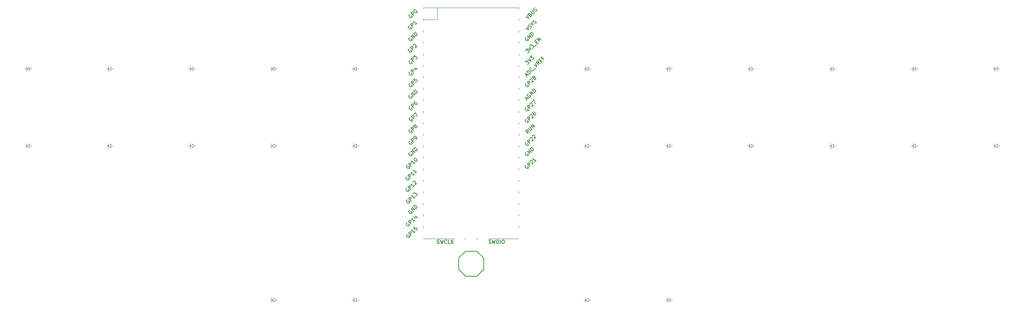
<source format=gbr>
%TF.GenerationSoftware,KiCad,Pcbnew,9.0.0*%
%TF.CreationDate,2025-03-09T18:38:06+01:00*%
%TF.ProjectId,pcb,7063622e-6b69-4636-9164-5f7063625858,v1.0.0*%
%TF.SameCoordinates,Original*%
%TF.FileFunction,Legend,Top*%
%TF.FilePolarity,Positive*%
%FSLAX46Y46*%
G04 Gerber Fmt 4.6, Leading zero omitted, Abs format (unit mm)*
G04 Created by KiCad (PCBNEW 9.0.0) date 2025-03-09 18:38:06*
%MOMM*%
%LPD*%
G01*
G04 APERTURE LIST*
%ADD10C,0.150000*%
%ADD11C,0.100000*%
%ADD12C,0.120000*%
G04 APERTURE END LIST*
D10*
X210338651Y-101943710D02*
X209880716Y-101862898D01*
X210015403Y-102266959D02*
X209449717Y-101701274D01*
X209449717Y-101701274D02*
X209665216Y-101485775D01*
X209665216Y-101485775D02*
X209746029Y-101458837D01*
X209746029Y-101458837D02*
X209799903Y-101458837D01*
X209799903Y-101458837D02*
X209880716Y-101485775D01*
X209880716Y-101485775D02*
X209961528Y-101566587D01*
X209961528Y-101566587D02*
X209988465Y-101647399D01*
X209988465Y-101647399D02*
X209988465Y-101701274D01*
X209988465Y-101701274D02*
X209961528Y-101782086D01*
X209961528Y-101782086D02*
X209746029Y-101997585D01*
X210015403Y-101135588D02*
X210473338Y-101593524D01*
X210473338Y-101593524D02*
X210554151Y-101620462D01*
X210554151Y-101620462D02*
X210608025Y-101620462D01*
X210608025Y-101620462D02*
X210688838Y-101593524D01*
X210688838Y-101593524D02*
X210796587Y-101485775D01*
X210796587Y-101485775D02*
X210823525Y-101404962D01*
X210823525Y-101404962D02*
X210823525Y-101351088D01*
X210823525Y-101351088D02*
X210796587Y-101270275D01*
X210796587Y-101270275D02*
X210338651Y-100812340D01*
X211173711Y-101108651D02*
X210608025Y-100542966D01*
X210608025Y-100542966D02*
X211496959Y-100785402D01*
X211496959Y-100785402D02*
X210931274Y-100219717D01*
X183986435Y-81098431D02*
X183905623Y-81125368D01*
X183905623Y-81125368D02*
X183824811Y-81206180D01*
X183824811Y-81206180D02*
X183770936Y-81313930D01*
X183770936Y-81313930D02*
X183770936Y-81421680D01*
X183770936Y-81421680D02*
X183797873Y-81502492D01*
X183797873Y-81502492D02*
X183878685Y-81637179D01*
X183878685Y-81637179D02*
X183959498Y-81717991D01*
X183959498Y-81717991D02*
X184094185Y-81798803D01*
X184094185Y-81798803D02*
X184174997Y-81825741D01*
X184174997Y-81825741D02*
X184282746Y-81825741D01*
X184282746Y-81825741D02*
X184390496Y-81771866D01*
X184390496Y-81771866D02*
X184444371Y-81717991D01*
X184444371Y-81717991D02*
X184498246Y-81610241D01*
X184498246Y-81610241D02*
X184498246Y-81556367D01*
X184498246Y-81556367D02*
X184309684Y-81367805D01*
X184309684Y-81367805D02*
X184201934Y-81475554D01*
X184794557Y-81367805D02*
X184228872Y-80802119D01*
X184228872Y-80802119D02*
X185117806Y-81044556D01*
X185117806Y-81044556D02*
X184552120Y-80478871D01*
X185387180Y-80775182D02*
X184821494Y-80209497D01*
X184821494Y-80209497D02*
X184956181Y-80074810D01*
X184956181Y-80074810D02*
X185063931Y-80020935D01*
X185063931Y-80020935D02*
X185171680Y-80020935D01*
X185171680Y-80020935D02*
X185252493Y-80047872D01*
X185252493Y-80047872D02*
X185387180Y-80128685D01*
X185387180Y-80128685D02*
X185467992Y-80209497D01*
X185467992Y-80209497D02*
X185548804Y-80344184D01*
X185548804Y-80344184D02*
X185575741Y-80424996D01*
X185575741Y-80424996D02*
X185575741Y-80532746D01*
X185575741Y-80532746D02*
X185521867Y-80640495D01*
X185521867Y-80640495D02*
X185387180Y-80775182D01*
X209651873Y-94741240D02*
X209921247Y-94471866D01*
X209759623Y-94956739D02*
X209382499Y-94202492D01*
X209382499Y-94202492D02*
X210136746Y-94579615D01*
X210082871Y-93555994D02*
X210002059Y-93582932D01*
X210002059Y-93582932D02*
X209921247Y-93663744D01*
X209921247Y-93663744D02*
X209867372Y-93771494D01*
X209867372Y-93771494D02*
X209867372Y-93879243D01*
X209867372Y-93879243D02*
X209894310Y-93960055D01*
X209894310Y-93960055D02*
X209975122Y-94094742D01*
X209975122Y-94094742D02*
X210055934Y-94175555D01*
X210055934Y-94175555D02*
X210190621Y-94256367D01*
X210190621Y-94256367D02*
X210271433Y-94283304D01*
X210271433Y-94283304D02*
X210379183Y-94283304D01*
X210379183Y-94283304D02*
X210486932Y-94229429D01*
X210486932Y-94229429D02*
X210540807Y-94175555D01*
X210540807Y-94175555D02*
X210594682Y-94067805D01*
X210594682Y-94067805D02*
X210594682Y-94013930D01*
X210594682Y-94013930D02*
X210406120Y-93825368D01*
X210406120Y-93825368D02*
X210298371Y-93933118D01*
X210890993Y-93825368D02*
X210325308Y-93259683D01*
X210325308Y-93259683D02*
X211214242Y-93502120D01*
X211214242Y-93502120D02*
X210648557Y-92936434D01*
X211483616Y-93232746D02*
X210917931Y-92667060D01*
X210917931Y-92667060D02*
X211052618Y-92532373D01*
X211052618Y-92532373D02*
X211160367Y-92478498D01*
X211160367Y-92478498D02*
X211268117Y-92478498D01*
X211268117Y-92478498D02*
X211348929Y-92505436D01*
X211348929Y-92505436D02*
X211483616Y-92586248D01*
X211483616Y-92586248D02*
X211564428Y-92667060D01*
X211564428Y-92667060D02*
X211645241Y-92801747D01*
X211645241Y-92801747D02*
X211672178Y-92882560D01*
X211672178Y-92882560D02*
X211672178Y-92990309D01*
X211672178Y-92990309D02*
X211618303Y-93098059D01*
X211618303Y-93098059D02*
X211483616Y-93232746D01*
X209586435Y-106498431D02*
X209505623Y-106525368D01*
X209505623Y-106525368D02*
X209424811Y-106606180D01*
X209424811Y-106606180D02*
X209370936Y-106713930D01*
X209370936Y-106713930D02*
X209370936Y-106821680D01*
X209370936Y-106821680D02*
X209397873Y-106902492D01*
X209397873Y-106902492D02*
X209478685Y-107037179D01*
X209478685Y-107037179D02*
X209559498Y-107117991D01*
X209559498Y-107117991D02*
X209694185Y-107198803D01*
X209694185Y-107198803D02*
X209774997Y-107225741D01*
X209774997Y-107225741D02*
X209882746Y-107225741D01*
X209882746Y-107225741D02*
X209990496Y-107171866D01*
X209990496Y-107171866D02*
X210044371Y-107117991D01*
X210044371Y-107117991D02*
X210098246Y-107010241D01*
X210098246Y-107010241D02*
X210098246Y-106956367D01*
X210098246Y-106956367D02*
X209909684Y-106767805D01*
X209909684Y-106767805D02*
X209801934Y-106875554D01*
X210394557Y-106767805D02*
X209828872Y-106202119D01*
X209828872Y-106202119D02*
X210717806Y-106444556D01*
X210717806Y-106444556D02*
X210152120Y-105878871D01*
X210987180Y-106175182D02*
X210421494Y-105609497D01*
X210421494Y-105609497D02*
X210556181Y-105474810D01*
X210556181Y-105474810D02*
X210663931Y-105420935D01*
X210663931Y-105420935D02*
X210771680Y-105420935D01*
X210771680Y-105420935D02*
X210852493Y-105447872D01*
X210852493Y-105447872D02*
X210987180Y-105528685D01*
X210987180Y-105528685D02*
X211067992Y-105609497D01*
X211067992Y-105609497D02*
X211148804Y-105744184D01*
X211148804Y-105744184D02*
X211175741Y-105824996D01*
X211175741Y-105824996D02*
X211175741Y-105932746D01*
X211175741Y-105932746D02*
X211121867Y-106040495D01*
X211121867Y-106040495D02*
X210987180Y-106175182D01*
X184013372Y-103931494D02*
X183932560Y-103958431D01*
X183932560Y-103958431D02*
X183851748Y-104039243D01*
X183851748Y-104039243D02*
X183797873Y-104146993D01*
X183797873Y-104146993D02*
X183797873Y-104254742D01*
X183797873Y-104254742D02*
X183824810Y-104335555D01*
X183824810Y-104335555D02*
X183905623Y-104470242D01*
X183905623Y-104470242D02*
X183986435Y-104551054D01*
X183986435Y-104551054D02*
X184121122Y-104631866D01*
X184121122Y-104631866D02*
X184201934Y-104658803D01*
X184201934Y-104658803D02*
X184309684Y-104658803D01*
X184309684Y-104658803D02*
X184417433Y-104604929D01*
X184417433Y-104604929D02*
X184471308Y-104551054D01*
X184471308Y-104551054D02*
X184525183Y-104443304D01*
X184525183Y-104443304D02*
X184525183Y-104389429D01*
X184525183Y-104389429D02*
X184336621Y-104200868D01*
X184336621Y-104200868D02*
X184228871Y-104308617D01*
X184821494Y-104200868D02*
X184255809Y-103635182D01*
X184255809Y-103635182D02*
X184471308Y-103419683D01*
X184471308Y-103419683D02*
X184552120Y-103392746D01*
X184552120Y-103392746D02*
X184605995Y-103392746D01*
X184605995Y-103392746D02*
X184686807Y-103419683D01*
X184686807Y-103419683D02*
X184767619Y-103500495D01*
X184767619Y-103500495D02*
X184794557Y-103581307D01*
X184794557Y-103581307D02*
X184794557Y-103635182D01*
X184794557Y-103635182D02*
X184767619Y-103715994D01*
X184767619Y-103715994D02*
X184552120Y-103931494D01*
X185414117Y-103608245D02*
X185521867Y-103500495D01*
X185521867Y-103500495D02*
X185548804Y-103419683D01*
X185548804Y-103419683D02*
X185548804Y-103365808D01*
X185548804Y-103365808D02*
X185521867Y-103231121D01*
X185521867Y-103231121D02*
X185441054Y-103096434D01*
X185441054Y-103096434D02*
X185225555Y-102880935D01*
X185225555Y-102880935D02*
X185144743Y-102853998D01*
X185144743Y-102853998D02*
X185090868Y-102853998D01*
X185090868Y-102853998D02*
X185010056Y-102880935D01*
X185010056Y-102880935D02*
X184902306Y-102988685D01*
X184902306Y-102988685D02*
X184875369Y-103069497D01*
X184875369Y-103069497D02*
X184875369Y-103123372D01*
X184875369Y-103123372D02*
X184902306Y-103204184D01*
X184902306Y-103204184D02*
X185036993Y-103338871D01*
X185036993Y-103338871D02*
X185117806Y-103365808D01*
X185117806Y-103365808D02*
X185171680Y-103365808D01*
X185171680Y-103365808D02*
X185252493Y-103338871D01*
X185252493Y-103338871D02*
X185360242Y-103231121D01*
X185360242Y-103231121D02*
X185387180Y-103150309D01*
X185387180Y-103150309D02*
X185387180Y-103096434D01*
X185387180Y-103096434D02*
X185360242Y-103015622D01*
X184013372Y-101391494D02*
X183932560Y-101418431D01*
X183932560Y-101418431D02*
X183851748Y-101499243D01*
X183851748Y-101499243D02*
X183797873Y-101606993D01*
X183797873Y-101606993D02*
X183797873Y-101714742D01*
X183797873Y-101714742D02*
X183824810Y-101795555D01*
X183824810Y-101795555D02*
X183905623Y-101930242D01*
X183905623Y-101930242D02*
X183986435Y-102011054D01*
X183986435Y-102011054D02*
X184121122Y-102091866D01*
X184121122Y-102091866D02*
X184201934Y-102118803D01*
X184201934Y-102118803D02*
X184309684Y-102118803D01*
X184309684Y-102118803D02*
X184417433Y-102064929D01*
X184417433Y-102064929D02*
X184471308Y-102011054D01*
X184471308Y-102011054D02*
X184525183Y-101903304D01*
X184525183Y-101903304D02*
X184525183Y-101849429D01*
X184525183Y-101849429D02*
X184336621Y-101660868D01*
X184336621Y-101660868D02*
X184228871Y-101768617D01*
X184821494Y-101660868D02*
X184255809Y-101095182D01*
X184255809Y-101095182D02*
X184471308Y-100879683D01*
X184471308Y-100879683D02*
X184552120Y-100852746D01*
X184552120Y-100852746D02*
X184605995Y-100852746D01*
X184605995Y-100852746D02*
X184686807Y-100879683D01*
X184686807Y-100879683D02*
X184767619Y-100960495D01*
X184767619Y-100960495D02*
X184794557Y-101041307D01*
X184794557Y-101041307D02*
X184794557Y-101095182D01*
X184794557Y-101095182D02*
X184767619Y-101175994D01*
X184767619Y-101175994D02*
X184552120Y-101391494D01*
X185144743Y-100691121D02*
X185063931Y-100718059D01*
X185063931Y-100718059D02*
X185010056Y-100718059D01*
X185010056Y-100718059D02*
X184929244Y-100691121D01*
X184929244Y-100691121D02*
X184902306Y-100664184D01*
X184902306Y-100664184D02*
X184875369Y-100583372D01*
X184875369Y-100583372D02*
X184875369Y-100529497D01*
X184875369Y-100529497D02*
X184902306Y-100448685D01*
X184902306Y-100448685D02*
X185010056Y-100340935D01*
X185010056Y-100340935D02*
X185090868Y-100313998D01*
X185090868Y-100313998D02*
X185144743Y-100313998D01*
X185144743Y-100313998D02*
X185225555Y-100340935D01*
X185225555Y-100340935D02*
X185252493Y-100367872D01*
X185252493Y-100367872D02*
X185279430Y-100448685D01*
X185279430Y-100448685D02*
X185279430Y-100502559D01*
X185279430Y-100502559D02*
X185252493Y-100583372D01*
X185252493Y-100583372D02*
X185144743Y-100691121D01*
X185144743Y-100691121D02*
X185117806Y-100771933D01*
X185117806Y-100771933D02*
X185117806Y-100825808D01*
X185117806Y-100825808D02*
X185144743Y-100906620D01*
X185144743Y-100906620D02*
X185252493Y-101014370D01*
X185252493Y-101014370D02*
X185333305Y-101041307D01*
X185333305Y-101041307D02*
X185387180Y-101041307D01*
X185387180Y-101041307D02*
X185467992Y-101014370D01*
X185467992Y-101014370D02*
X185575741Y-100906620D01*
X185575741Y-100906620D02*
X185602679Y-100825808D01*
X185602679Y-100825808D02*
X185602679Y-100771933D01*
X185602679Y-100771933D02*
X185575741Y-100691121D01*
X185575741Y-100691121D02*
X185467992Y-100583372D01*
X185467992Y-100583372D02*
X185387180Y-100556434D01*
X185387180Y-100556434D02*
X185333305Y-100556434D01*
X185333305Y-100556434D02*
X185252493Y-100583372D01*
X209597998Y-104200868D02*
X209517185Y-104227805D01*
X209517185Y-104227805D02*
X209436373Y-104308618D01*
X209436373Y-104308618D02*
X209382498Y-104416367D01*
X209382498Y-104416367D02*
X209382498Y-104524117D01*
X209382498Y-104524117D02*
X209409436Y-104604929D01*
X209409436Y-104604929D02*
X209490248Y-104739616D01*
X209490248Y-104739616D02*
X209571060Y-104820428D01*
X209571060Y-104820428D02*
X209705747Y-104901241D01*
X209705747Y-104901241D02*
X209786560Y-104928178D01*
X209786560Y-104928178D02*
X209894309Y-104928178D01*
X209894309Y-104928178D02*
X210002059Y-104874303D01*
X210002059Y-104874303D02*
X210055934Y-104820428D01*
X210055934Y-104820428D02*
X210109808Y-104712679D01*
X210109808Y-104712679D02*
X210109808Y-104658804D01*
X210109808Y-104658804D02*
X209921247Y-104470242D01*
X209921247Y-104470242D02*
X209813497Y-104577992D01*
X210406120Y-104470242D02*
X209840434Y-103904557D01*
X209840434Y-103904557D02*
X210055934Y-103689057D01*
X210055934Y-103689057D02*
X210136746Y-103662120D01*
X210136746Y-103662120D02*
X210190621Y-103662120D01*
X210190621Y-103662120D02*
X210271433Y-103689057D01*
X210271433Y-103689057D02*
X210352245Y-103769870D01*
X210352245Y-103769870D02*
X210379182Y-103850682D01*
X210379182Y-103850682D02*
X210379182Y-103904557D01*
X210379182Y-103904557D02*
X210352245Y-103985369D01*
X210352245Y-103985369D02*
X210136746Y-104200868D01*
X210433057Y-103419683D02*
X210433057Y-103365809D01*
X210433057Y-103365809D02*
X210459995Y-103284996D01*
X210459995Y-103284996D02*
X210594682Y-103150309D01*
X210594682Y-103150309D02*
X210675494Y-103123372D01*
X210675494Y-103123372D02*
X210729369Y-103123372D01*
X210729369Y-103123372D02*
X210810181Y-103150309D01*
X210810181Y-103150309D02*
X210864056Y-103204184D01*
X210864056Y-103204184D02*
X210917930Y-103311934D01*
X210917930Y-103311934D02*
X210917930Y-103958431D01*
X210917930Y-103958431D02*
X211268117Y-103608245D01*
X210971805Y-102880935D02*
X210971805Y-102827060D01*
X210971805Y-102827060D02*
X210998743Y-102746248D01*
X210998743Y-102746248D02*
X211133430Y-102611561D01*
X211133430Y-102611561D02*
X211214242Y-102584624D01*
X211214242Y-102584624D02*
X211268117Y-102584624D01*
X211268117Y-102584624D02*
X211348929Y-102611561D01*
X211348929Y-102611561D02*
X211402804Y-102665436D01*
X211402804Y-102665436D02*
X211456679Y-102773186D01*
X211456679Y-102773186D02*
X211456679Y-103419683D01*
X211456679Y-103419683D02*
X211806865Y-103069497D01*
X184013372Y-96311494D02*
X183932560Y-96338431D01*
X183932560Y-96338431D02*
X183851748Y-96419243D01*
X183851748Y-96419243D02*
X183797873Y-96526993D01*
X183797873Y-96526993D02*
X183797873Y-96634742D01*
X183797873Y-96634742D02*
X183824810Y-96715555D01*
X183824810Y-96715555D02*
X183905623Y-96850242D01*
X183905623Y-96850242D02*
X183986435Y-96931054D01*
X183986435Y-96931054D02*
X184121122Y-97011866D01*
X184121122Y-97011866D02*
X184201934Y-97038803D01*
X184201934Y-97038803D02*
X184309684Y-97038803D01*
X184309684Y-97038803D02*
X184417433Y-96984929D01*
X184417433Y-96984929D02*
X184471308Y-96931054D01*
X184471308Y-96931054D02*
X184525183Y-96823304D01*
X184525183Y-96823304D02*
X184525183Y-96769429D01*
X184525183Y-96769429D02*
X184336621Y-96580868D01*
X184336621Y-96580868D02*
X184228871Y-96688617D01*
X184821494Y-96580868D02*
X184255809Y-96015182D01*
X184255809Y-96015182D02*
X184471308Y-95799683D01*
X184471308Y-95799683D02*
X184552120Y-95772746D01*
X184552120Y-95772746D02*
X184605995Y-95772746D01*
X184605995Y-95772746D02*
X184686807Y-95799683D01*
X184686807Y-95799683D02*
X184767619Y-95880495D01*
X184767619Y-95880495D02*
X184794557Y-95961307D01*
X184794557Y-95961307D02*
X184794557Y-96015182D01*
X184794557Y-96015182D02*
X184767619Y-96095994D01*
X184767619Y-96095994D02*
X184552120Y-96311494D01*
X185063931Y-95207060D02*
X184956181Y-95314810D01*
X184956181Y-95314810D02*
X184929244Y-95395622D01*
X184929244Y-95395622D02*
X184929244Y-95449497D01*
X184929244Y-95449497D02*
X184956181Y-95584184D01*
X184956181Y-95584184D02*
X185036993Y-95718871D01*
X185036993Y-95718871D02*
X185252493Y-95934370D01*
X185252493Y-95934370D02*
X185333305Y-95961307D01*
X185333305Y-95961307D02*
X185387180Y-95961307D01*
X185387180Y-95961307D02*
X185467992Y-95934370D01*
X185467992Y-95934370D02*
X185575741Y-95826620D01*
X185575741Y-95826620D02*
X185602679Y-95745808D01*
X185602679Y-95745808D02*
X185602679Y-95691933D01*
X185602679Y-95691933D02*
X185575741Y-95611121D01*
X185575741Y-95611121D02*
X185441054Y-95476434D01*
X185441054Y-95476434D02*
X185360242Y-95449497D01*
X185360242Y-95449497D02*
X185306367Y-95449497D01*
X185306367Y-95449497D02*
X185225555Y-95476434D01*
X185225555Y-95476434D02*
X185117806Y-95584184D01*
X185117806Y-95584184D02*
X185090868Y-95664996D01*
X185090868Y-95664996D02*
X185090868Y-95718871D01*
X185090868Y-95718871D02*
X185117806Y-95799683D01*
X183443998Y-121980868D02*
X183363185Y-122007805D01*
X183363185Y-122007805D02*
X183282373Y-122088618D01*
X183282373Y-122088618D02*
X183228498Y-122196367D01*
X183228498Y-122196367D02*
X183228498Y-122304117D01*
X183228498Y-122304117D02*
X183255436Y-122384929D01*
X183255436Y-122384929D02*
X183336248Y-122519616D01*
X183336248Y-122519616D02*
X183417060Y-122600428D01*
X183417060Y-122600428D02*
X183551747Y-122681241D01*
X183551747Y-122681241D02*
X183632560Y-122708178D01*
X183632560Y-122708178D02*
X183740309Y-122708178D01*
X183740309Y-122708178D02*
X183848059Y-122654303D01*
X183848059Y-122654303D02*
X183901934Y-122600428D01*
X183901934Y-122600428D02*
X183955808Y-122492679D01*
X183955808Y-122492679D02*
X183955808Y-122438804D01*
X183955808Y-122438804D02*
X183767247Y-122250242D01*
X183767247Y-122250242D02*
X183659497Y-122357992D01*
X184252120Y-122250242D02*
X183686434Y-121684557D01*
X183686434Y-121684557D02*
X183901934Y-121469057D01*
X183901934Y-121469057D02*
X183982746Y-121442120D01*
X183982746Y-121442120D02*
X184036621Y-121442120D01*
X184036621Y-121442120D02*
X184117433Y-121469057D01*
X184117433Y-121469057D02*
X184198245Y-121549870D01*
X184198245Y-121549870D02*
X184225182Y-121630682D01*
X184225182Y-121630682D02*
X184225182Y-121684557D01*
X184225182Y-121684557D02*
X184198245Y-121765369D01*
X184198245Y-121765369D02*
X183982746Y-121980868D01*
X185114117Y-121388245D02*
X184790868Y-121711494D01*
X184952492Y-121549870D02*
X184386807Y-120984184D01*
X184386807Y-120984184D02*
X184413744Y-121118871D01*
X184413744Y-121118871D02*
X184413744Y-121226621D01*
X184413744Y-121226621D02*
X184386807Y-121307433D01*
X185221866Y-120526248D02*
X185598990Y-120903372D01*
X184871680Y-120445436D02*
X185141054Y-120984184D01*
X185141054Y-120984184D02*
X185491240Y-120633998D01*
X189990475Y-126524200D02*
X190104761Y-126562295D01*
X190104761Y-126562295D02*
X190295237Y-126562295D01*
X190295237Y-126562295D02*
X190371428Y-126524200D01*
X190371428Y-126524200D02*
X190409523Y-126486104D01*
X190409523Y-126486104D02*
X190447618Y-126409914D01*
X190447618Y-126409914D02*
X190447618Y-126333723D01*
X190447618Y-126333723D02*
X190409523Y-126257533D01*
X190409523Y-126257533D02*
X190371428Y-126219438D01*
X190371428Y-126219438D02*
X190295237Y-126181342D01*
X190295237Y-126181342D02*
X190142856Y-126143247D01*
X190142856Y-126143247D02*
X190066666Y-126105152D01*
X190066666Y-126105152D02*
X190028571Y-126067057D01*
X190028571Y-126067057D02*
X189990475Y-125990866D01*
X189990475Y-125990866D02*
X189990475Y-125914676D01*
X189990475Y-125914676D02*
X190028571Y-125838485D01*
X190028571Y-125838485D02*
X190066666Y-125800390D01*
X190066666Y-125800390D02*
X190142856Y-125762295D01*
X190142856Y-125762295D02*
X190333333Y-125762295D01*
X190333333Y-125762295D02*
X190447618Y-125800390D01*
X190714285Y-125762295D02*
X190904761Y-126562295D01*
X190904761Y-126562295D02*
X191057142Y-125990866D01*
X191057142Y-125990866D02*
X191209523Y-126562295D01*
X191209523Y-126562295D02*
X191400000Y-125762295D01*
X192161905Y-126486104D02*
X192123809Y-126524200D01*
X192123809Y-126524200D02*
X192009524Y-126562295D01*
X192009524Y-126562295D02*
X191933333Y-126562295D01*
X191933333Y-126562295D02*
X191819047Y-126524200D01*
X191819047Y-126524200D02*
X191742857Y-126448009D01*
X191742857Y-126448009D02*
X191704762Y-126371819D01*
X191704762Y-126371819D02*
X191666666Y-126219438D01*
X191666666Y-126219438D02*
X191666666Y-126105152D01*
X191666666Y-126105152D02*
X191704762Y-125952771D01*
X191704762Y-125952771D02*
X191742857Y-125876580D01*
X191742857Y-125876580D02*
X191819047Y-125800390D01*
X191819047Y-125800390D02*
X191933333Y-125762295D01*
X191933333Y-125762295D02*
X192009524Y-125762295D01*
X192009524Y-125762295D02*
X192123809Y-125800390D01*
X192123809Y-125800390D02*
X192161905Y-125838485D01*
X192885714Y-126562295D02*
X192504762Y-126562295D01*
X192504762Y-126562295D02*
X192504762Y-125762295D01*
X193152381Y-126562295D02*
X193152381Y-125762295D01*
X193609524Y-126562295D02*
X193266666Y-126105152D01*
X193609524Y-125762295D02*
X193152381Y-126219438D01*
X184113372Y-98821494D02*
X184032560Y-98848431D01*
X184032560Y-98848431D02*
X183951748Y-98929243D01*
X183951748Y-98929243D02*
X183897873Y-99036993D01*
X183897873Y-99036993D02*
X183897873Y-99144742D01*
X183897873Y-99144742D02*
X183924810Y-99225555D01*
X183924810Y-99225555D02*
X184005623Y-99360242D01*
X184005623Y-99360242D02*
X184086435Y-99441054D01*
X184086435Y-99441054D02*
X184221122Y-99521866D01*
X184221122Y-99521866D02*
X184301934Y-99548803D01*
X184301934Y-99548803D02*
X184409684Y-99548803D01*
X184409684Y-99548803D02*
X184517433Y-99494929D01*
X184517433Y-99494929D02*
X184571308Y-99441054D01*
X184571308Y-99441054D02*
X184625183Y-99333304D01*
X184625183Y-99333304D02*
X184625183Y-99279429D01*
X184625183Y-99279429D02*
X184436621Y-99090868D01*
X184436621Y-99090868D02*
X184328871Y-99198617D01*
X184921494Y-99090868D02*
X184355809Y-98525182D01*
X184355809Y-98525182D02*
X184571308Y-98309683D01*
X184571308Y-98309683D02*
X184652120Y-98282746D01*
X184652120Y-98282746D02*
X184705995Y-98282746D01*
X184705995Y-98282746D02*
X184786807Y-98309683D01*
X184786807Y-98309683D02*
X184867619Y-98390495D01*
X184867619Y-98390495D02*
X184894557Y-98471307D01*
X184894557Y-98471307D02*
X184894557Y-98525182D01*
X184894557Y-98525182D02*
X184867619Y-98605994D01*
X184867619Y-98605994D02*
X184652120Y-98821494D01*
X184867619Y-98013372D02*
X185244743Y-97636248D01*
X185244743Y-97636248D02*
X185567992Y-98444370D01*
X209597998Y-91246868D02*
X209517185Y-91273805D01*
X209517185Y-91273805D02*
X209436373Y-91354618D01*
X209436373Y-91354618D02*
X209382498Y-91462367D01*
X209382498Y-91462367D02*
X209382498Y-91570117D01*
X209382498Y-91570117D02*
X209409436Y-91650929D01*
X209409436Y-91650929D02*
X209490248Y-91785616D01*
X209490248Y-91785616D02*
X209571060Y-91866428D01*
X209571060Y-91866428D02*
X209705747Y-91947241D01*
X209705747Y-91947241D02*
X209786560Y-91974178D01*
X209786560Y-91974178D02*
X209894309Y-91974178D01*
X209894309Y-91974178D02*
X210002059Y-91920303D01*
X210002059Y-91920303D02*
X210055934Y-91866428D01*
X210055934Y-91866428D02*
X210109808Y-91758679D01*
X210109808Y-91758679D02*
X210109808Y-91704804D01*
X210109808Y-91704804D02*
X209921247Y-91516242D01*
X209921247Y-91516242D02*
X209813497Y-91623992D01*
X210406120Y-91516242D02*
X209840434Y-90950557D01*
X209840434Y-90950557D02*
X210055934Y-90735057D01*
X210055934Y-90735057D02*
X210136746Y-90708120D01*
X210136746Y-90708120D02*
X210190621Y-90708120D01*
X210190621Y-90708120D02*
X210271433Y-90735057D01*
X210271433Y-90735057D02*
X210352245Y-90815870D01*
X210352245Y-90815870D02*
X210379182Y-90896682D01*
X210379182Y-90896682D02*
X210379182Y-90950557D01*
X210379182Y-90950557D02*
X210352245Y-91031369D01*
X210352245Y-91031369D02*
X210136746Y-91246868D01*
X210433057Y-90465683D02*
X210433057Y-90411809D01*
X210433057Y-90411809D02*
X210459995Y-90330996D01*
X210459995Y-90330996D02*
X210594682Y-90196309D01*
X210594682Y-90196309D02*
X210675494Y-90169372D01*
X210675494Y-90169372D02*
X210729369Y-90169372D01*
X210729369Y-90169372D02*
X210810181Y-90196309D01*
X210810181Y-90196309D02*
X210864056Y-90250184D01*
X210864056Y-90250184D02*
X210917930Y-90357934D01*
X210917930Y-90357934D02*
X210917930Y-91004431D01*
X210917930Y-91004431D02*
X211268117Y-90654245D01*
X211268117Y-90007747D02*
X211187305Y-90034685D01*
X211187305Y-90034685D02*
X211133430Y-90034685D01*
X211133430Y-90034685D02*
X211052618Y-90007747D01*
X211052618Y-90007747D02*
X211025680Y-89980810D01*
X211025680Y-89980810D02*
X210998743Y-89899998D01*
X210998743Y-89899998D02*
X210998743Y-89846123D01*
X210998743Y-89846123D02*
X211025680Y-89765311D01*
X211025680Y-89765311D02*
X211133430Y-89657561D01*
X211133430Y-89657561D02*
X211214242Y-89630624D01*
X211214242Y-89630624D02*
X211268117Y-89630624D01*
X211268117Y-89630624D02*
X211348929Y-89657561D01*
X211348929Y-89657561D02*
X211375866Y-89684499D01*
X211375866Y-89684499D02*
X211402804Y-89765311D01*
X211402804Y-89765311D02*
X211402804Y-89819186D01*
X211402804Y-89819186D02*
X211375866Y-89899998D01*
X211375866Y-89899998D02*
X211268117Y-90007747D01*
X211268117Y-90007747D02*
X211241179Y-90088560D01*
X211241179Y-90088560D02*
X211241179Y-90142434D01*
X211241179Y-90142434D02*
X211268117Y-90223247D01*
X211268117Y-90223247D02*
X211375866Y-90330996D01*
X211375866Y-90330996D02*
X211456679Y-90357934D01*
X211456679Y-90357934D02*
X211510553Y-90357934D01*
X211510553Y-90357934D02*
X211591366Y-90330996D01*
X211591366Y-90330996D02*
X211699115Y-90223247D01*
X211699115Y-90223247D02*
X211726053Y-90142434D01*
X211726053Y-90142434D02*
X211726053Y-90088560D01*
X211726053Y-90088560D02*
X211699115Y-90007747D01*
X211699115Y-90007747D02*
X211591366Y-89899998D01*
X211591366Y-89899998D02*
X211510553Y-89873060D01*
X211510553Y-89873060D02*
X211456679Y-89873060D01*
X211456679Y-89873060D02*
X211375866Y-89899998D01*
X201404761Y-126524200D02*
X201519047Y-126562295D01*
X201519047Y-126562295D02*
X201709523Y-126562295D01*
X201709523Y-126562295D02*
X201785714Y-126524200D01*
X201785714Y-126524200D02*
X201823809Y-126486104D01*
X201823809Y-126486104D02*
X201861904Y-126409914D01*
X201861904Y-126409914D02*
X201861904Y-126333723D01*
X201861904Y-126333723D02*
X201823809Y-126257533D01*
X201823809Y-126257533D02*
X201785714Y-126219438D01*
X201785714Y-126219438D02*
X201709523Y-126181342D01*
X201709523Y-126181342D02*
X201557142Y-126143247D01*
X201557142Y-126143247D02*
X201480952Y-126105152D01*
X201480952Y-126105152D02*
X201442857Y-126067057D01*
X201442857Y-126067057D02*
X201404761Y-125990866D01*
X201404761Y-125990866D02*
X201404761Y-125914676D01*
X201404761Y-125914676D02*
X201442857Y-125838485D01*
X201442857Y-125838485D02*
X201480952Y-125800390D01*
X201480952Y-125800390D02*
X201557142Y-125762295D01*
X201557142Y-125762295D02*
X201747619Y-125762295D01*
X201747619Y-125762295D02*
X201861904Y-125800390D01*
X202128571Y-125762295D02*
X202319047Y-126562295D01*
X202319047Y-126562295D02*
X202471428Y-125990866D01*
X202471428Y-125990866D02*
X202623809Y-126562295D01*
X202623809Y-126562295D02*
X202814286Y-125762295D01*
X203119048Y-126562295D02*
X203119048Y-125762295D01*
X203119048Y-125762295D02*
X203309524Y-125762295D01*
X203309524Y-125762295D02*
X203423810Y-125800390D01*
X203423810Y-125800390D02*
X203500000Y-125876580D01*
X203500000Y-125876580D02*
X203538095Y-125952771D01*
X203538095Y-125952771D02*
X203576191Y-126105152D01*
X203576191Y-126105152D02*
X203576191Y-126219438D01*
X203576191Y-126219438D02*
X203538095Y-126371819D01*
X203538095Y-126371819D02*
X203500000Y-126448009D01*
X203500000Y-126448009D02*
X203423810Y-126524200D01*
X203423810Y-126524200D02*
X203309524Y-126562295D01*
X203309524Y-126562295D02*
X203119048Y-126562295D01*
X203919048Y-126562295D02*
X203919048Y-125762295D01*
X204452381Y-125762295D02*
X204604762Y-125762295D01*
X204604762Y-125762295D02*
X204680952Y-125800390D01*
X204680952Y-125800390D02*
X204757143Y-125876580D01*
X204757143Y-125876580D02*
X204795238Y-126028961D01*
X204795238Y-126028961D02*
X204795238Y-126295628D01*
X204795238Y-126295628D02*
X204757143Y-126448009D01*
X204757143Y-126448009D02*
X204680952Y-126524200D01*
X204680952Y-126524200D02*
X204604762Y-126562295D01*
X204604762Y-126562295D02*
X204452381Y-126562295D01*
X204452381Y-126562295D02*
X204376190Y-126524200D01*
X204376190Y-126524200D02*
X204300000Y-126448009D01*
X204300000Y-126448009D02*
X204261904Y-126295628D01*
X204261904Y-126295628D02*
X204261904Y-126028961D01*
X204261904Y-126028961D02*
X204300000Y-125876580D01*
X204300000Y-125876580D02*
X204376190Y-125800390D01*
X204376190Y-125800390D02*
X204452381Y-125762295D01*
X183343998Y-111820868D02*
X183263185Y-111847805D01*
X183263185Y-111847805D02*
X183182373Y-111928618D01*
X183182373Y-111928618D02*
X183128498Y-112036367D01*
X183128498Y-112036367D02*
X183128498Y-112144117D01*
X183128498Y-112144117D02*
X183155436Y-112224929D01*
X183155436Y-112224929D02*
X183236248Y-112359616D01*
X183236248Y-112359616D02*
X183317060Y-112440428D01*
X183317060Y-112440428D02*
X183451747Y-112521241D01*
X183451747Y-112521241D02*
X183532560Y-112548178D01*
X183532560Y-112548178D02*
X183640309Y-112548178D01*
X183640309Y-112548178D02*
X183748059Y-112494303D01*
X183748059Y-112494303D02*
X183801934Y-112440428D01*
X183801934Y-112440428D02*
X183855808Y-112332679D01*
X183855808Y-112332679D02*
X183855808Y-112278804D01*
X183855808Y-112278804D02*
X183667247Y-112090242D01*
X183667247Y-112090242D02*
X183559497Y-112197992D01*
X184152120Y-112090242D02*
X183586434Y-111524557D01*
X183586434Y-111524557D02*
X183801934Y-111309057D01*
X183801934Y-111309057D02*
X183882746Y-111282120D01*
X183882746Y-111282120D02*
X183936621Y-111282120D01*
X183936621Y-111282120D02*
X184017433Y-111309057D01*
X184017433Y-111309057D02*
X184098245Y-111389870D01*
X184098245Y-111389870D02*
X184125182Y-111470682D01*
X184125182Y-111470682D02*
X184125182Y-111524557D01*
X184125182Y-111524557D02*
X184098245Y-111605369D01*
X184098245Y-111605369D02*
X183882746Y-111820868D01*
X185014117Y-111228245D02*
X184690868Y-111551494D01*
X184852492Y-111389870D02*
X184286807Y-110824184D01*
X184286807Y-110824184D02*
X184313744Y-110958871D01*
X184313744Y-110958871D02*
X184313744Y-111066621D01*
X184313744Y-111066621D02*
X184286807Y-111147433D01*
X185552865Y-110689497D02*
X185229616Y-111012746D01*
X185391240Y-110851121D02*
X184825555Y-110285436D01*
X184825555Y-110285436D02*
X184852492Y-110420123D01*
X184852492Y-110420123D02*
X184852492Y-110527873D01*
X184852492Y-110527873D02*
X184825555Y-110608685D01*
X209597998Y-109290868D02*
X209517185Y-109317805D01*
X209517185Y-109317805D02*
X209436373Y-109398618D01*
X209436373Y-109398618D02*
X209382498Y-109506367D01*
X209382498Y-109506367D02*
X209382498Y-109614117D01*
X209382498Y-109614117D02*
X209409436Y-109694929D01*
X209409436Y-109694929D02*
X209490248Y-109829616D01*
X209490248Y-109829616D02*
X209571060Y-109910428D01*
X209571060Y-109910428D02*
X209705747Y-109991241D01*
X209705747Y-109991241D02*
X209786560Y-110018178D01*
X209786560Y-110018178D02*
X209894309Y-110018178D01*
X209894309Y-110018178D02*
X210002059Y-109964303D01*
X210002059Y-109964303D02*
X210055934Y-109910428D01*
X210055934Y-109910428D02*
X210109808Y-109802679D01*
X210109808Y-109802679D02*
X210109808Y-109748804D01*
X210109808Y-109748804D02*
X209921247Y-109560242D01*
X209921247Y-109560242D02*
X209813497Y-109667992D01*
X210406120Y-109560242D02*
X209840434Y-108994557D01*
X209840434Y-108994557D02*
X210055934Y-108779057D01*
X210055934Y-108779057D02*
X210136746Y-108752120D01*
X210136746Y-108752120D02*
X210190621Y-108752120D01*
X210190621Y-108752120D02*
X210271433Y-108779057D01*
X210271433Y-108779057D02*
X210352245Y-108859870D01*
X210352245Y-108859870D02*
X210379182Y-108940682D01*
X210379182Y-108940682D02*
X210379182Y-108994557D01*
X210379182Y-108994557D02*
X210352245Y-109075369D01*
X210352245Y-109075369D02*
X210136746Y-109290868D01*
X210433057Y-108509683D02*
X210433057Y-108455809D01*
X210433057Y-108455809D02*
X210459995Y-108374996D01*
X210459995Y-108374996D02*
X210594682Y-108240309D01*
X210594682Y-108240309D02*
X210675494Y-108213372D01*
X210675494Y-108213372D02*
X210729369Y-108213372D01*
X210729369Y-108213372D02*
X210810181Y-108240309D01*
X210810181Y-108240309D02*
X210864056Y-108294184D01*
X210864056Y-108294184D02*
X210917930Y-108401934D01*
X210917930Y-108401934D02*
X210917930Y-109048431D01*
X210917930Y-109048431D02*
X211268117Y-108698245D01*
X211806865Y-108159497D02*
X211483616Y-108482746D01*
X211645240Y-108321121D02*
X211079555Y-107755436D01*
X211079555Y-107755436D02*
X211106492Y-107890123D01*
X211106492Y-107890123D02*
X211106492Y-107997873D01*
X211106492Y-107997873D02*
X211079555Y-108078685D01*
X184013372Y-86151494D02*
X183932560Y-86178431D01*
X183932560Y-86178431D02*
X183851748Y-86259243D01*
X183851748Y-86259243D02*
X183797873Y-86366993D01*
X183797873Y-86366993D02*
X183797873Y-86474742D01*
X183797873Y-86474742D02*
X183824810Y-86555555D01*
X183824810Y-86555555D02*
X183905623Y-86690242D01*
X183905623Y-86690242D02*
X183986435Y-86771054D01*
X183986435Y-86771054D02*
X184121122Y-86851866D01*
X184121122Y-86851866D02*
X184201934Y-86878803D01*
X184201934Y-86878803D02*
X184309684Y-86878803D01*
X184309684Y-86878803D02*
X184417433Y-86824929D01*
X184417433Y-86824929D02*
X184471308Y-86771054D01*
X184471308Y-86771054D02*
X184525183Y-86663304D01*
X184525183Y-86663304D02*
X184525183Y-86609429D01*
X184525183Y-86609429D02*
X184336621Y-86420868D01*
X184336621Y-86420868D02*
X184228871Y-86528617D01*
X184821494Y-86420868D02*
X184255809Y-85855182D01*
X184255809Y-85855182D02*
X184471308Y-85639683D01*
X184471308Y-85639683D02*
X184552120Y-85612746D01*
X184552120Y-85612746D02*
X184605995Y-85612746D01*
X184605995Y-85612746D02*
X184686807Y-85639683D01*
X184686807Y-85639683D02*
X184767619Y-85720495D01*
X184767619Y-85720495D02*
X184794557Y-85801307D01*
X184794557Y-85801307D02*
X184794557Y-85855182D01*
X184794557Y-85855182D02*
X184767619Y-85935994D01*
X184767619Y-85935994D02*
X184552120Y-86151494D01*
X184767619Y-85343372D02*
X185117806Y-84993185D01*
X185117806Y-84993185D02*
X185144743Y-85397246D01*
X185144743Y-85397246D02*
X185225555Y-85316434D01*
X185225555Y-85316434D02*
X185306367Y-85289497D01*
X185306367Y-85289497D02*
X185360242Y-85289497D01*
X185360242Y-85289497D02*
X185441054Y-85316434D01*
X185441054Y-85316434D02*
X185575741Y-85451121D01*
X185575741Y-85451121D02*
X185602679Y-85531933D01*
X185602679Y-85531933D02*
X185602679Y-85585808D01*
X185602679Y-85585808D02*
X185575741Y-85666620D01*
X185575741Y-85666620D02*
X185414117Y-85828245D01*
X185414117Y-85828245D02*
X185333305Y-85855182D01*
X185333305Y-85855182D02*
X185279430Y-85855182D01*
X183986435Y-106498431D02*
X183905623Y-106525368D01*
X183905623Y-106525368D02*
X183824811Y-106606180D01*
X183824811Y-106606180D02*
X183770936Y-106713930D01*
X183770936Y-106713930D02*
X183770936Y-106821680D01*
X183770936Y-106821680D02*
X183797873Y-106902492D01*
X183797873Y-106902492D02*
X183878685Y-107037179D01*
X183878685Y-107037179D02*
X183959498Y-107117991D01*
X183959498Y-107117991D02*
X184094185Y-107198803D01*
X184094185Y-107198803D02*
X184174997Y-107225741D01*
X184174997Y-107225741D02*
X184282746Y-107225741D01*
X184282746Y-107225741D02*
X184390496Y-107171866D01*
X184390496Y-107171866D02*
X184444371Y-107117991D01*
X184444371Y-107117991D02*
X184498246Y-107010241D01*
X184498246Y-107010241D02*
X184498246Y-106956367D01*
X184498246Y-106956367D02*
X184309684Y-106767805D01*
X184309684Y-106767805D02*
X184201934Y-106875554D01*
X184794557Y-106767805D02*
X184228872Y-106202119D01*
X184228872Y-106202119D02*
X185117806Y-106444556D01*
X185117806Y-106444556D02*
X184552120Y-105878871D01*
X185387180Y-106175182D02*
X184821494Y-105609497D01*
X184821494Y-105609497D02*
X184956181Y-105474810D01*
X184956181Y-105474810D02*
X185063931Y-105420935D01*
X185063931Y-105420935D02*
X185171680Y-105420935D01*
X185171680Y-105420935D02*
X185252493Y-105447872D01*
X185252493Y-105447872D02*
X185387180Y-105528685D01*
X185387180Y-105528685D02*
X185467992Y-105609497D01*
X185467992Y-105609497D02*
X185548804Y-105744184D01*
X185548804Y-105744184D02*
X185575741Y-105824996D01*
X185575741Y-105824996D02*
X185575741Y-105932746D01*
X185575741Y-105932746D02*
X185521867Y-106040495D01*
X185521867Y-106040495D02*
X185387180Y-106175182D01*
X209420749Y-79070242D02*
X210174996Y-79447366D01*
X210174996Y-79447366D02*
X209797873Y-78693118D01*
X210498245Y-79070242D02*
X210605995Y-79016367D01*
X210605995Y-79016367D02*
X210740682Y-78881680D01*
X210740682Y-78881680D02*
X210767619Y-78800868D01*
X210767619Y-78800868D02*
X210767619Y-78746993D01*
X210767619Y-78746993D02*
X210740682Y-78666181D01*
X210740682Y-78666181D02*
X210686807Y-78612306D01*
X210686807Y-78612306D02*
X210605995Y-78585369D01*
X210605995Y-78585369D02*
X210552120Y-78585369D01*
X210552120Y-78585369D02*
X210471308Y-78612306D01*
X210471308Y-78612306D02*
X210336621Y-78693118D01*
X210336621Y-78693118D02*
X210255808Y-78720056D01*
X210255808Y-78720056D02*
X210201934Y-78720056D01*
X210201934Y-78720056D02*
X210121121Y-78693118D01*
X210121121Y-78693118D02*
X210067247Y-78639244D01*
X210067247Y-78639244D02*
X210040309Y-78558431D01*
X210040309Y-78558431D02*
X210040309Y-78504557D01*
X210040309Y-78504557D02*
X210067247Y-78423744D01*
X210067247Y-78423744D02*
X210201934Y-78289057D01*
X210201934Y-78289057D02*
X210309683Y-78235183D01*
X210929244Y-78154370D02*
X211198618Y-78423744D01*
X210444370Y-78046621D02*
X210929244Y-78154370D01*
X210929244Y-78154370D02*
X210821494Y-77669497D01*
X211521866Y-78046621D02*
X211629616Y-77992746D01*
X211629616Y-77992746D02*
X211764303Y-77858059D01*
X211764303Y-77858059D02*
X211791240Y-77777247D01*
X211791240Y-77777247D02*
X211791240Y-77723372D01*
X211791240Y-77723372D02*
X211764303Y-77642560D01*
X211764303Y-77642560D02*
X211710428Y-77588685D01*
X211710428Y-77588685D02*
X211629616Y-77561748D01*
X211629616Y-77561748D02*
X211575741Y-77561748D01*
X211575741Y-77561748D02*
X211494929Y-77588685D01*
X211494929Y-77588685D02*
X211360242Y-77669497D01*
X211360242Y-77669497D02*
X211279430Y-77696435D01*
X211279430Y-77696435D02*
X211225555Y-77696435D01*
X211225555Y-77696435D02*
X211144743Y-77669497D01*
X211144743Y-77669497D02*
X211090868Y-77615622D01*
X211090868Y-77615622D02*
X211063930Y-77534810D01*
X211063930Y-77534810D02*
X211063930Y-77480935D01*
X211063930Y-77480935D02*
X211090868Y-77400123D01*
X211090868Y-77400123D02*
X211225555Y-77265436D01*
X211225555Y-77265436D02*
X211333304Y-77211561D01*
X209390123Y-86490868D02*
X209740309Y-86140682D01*
X209740309Y-86140682D02*
X209767247Y-86544743D01*
X209767247Y-86544743D02*
X209848059Y-86463931D01*
X209848059Y-86463931D02*
X209928871Y-86436993D01*
X209928871Y-86436993D02*
X209982746Y-86436993D01*
X209982746Y-86436993D02*
X210063558Y-86463931D01*
X210063558Y-86463931D02*
X210198245Y-86598618D01*
X210198245Y-86598618D02*
X210225182Y-86679430D01*
X210225182Y-86679430D02*
X210225182Y-86733305D01*
X210225182Y-86733305D02*
X210198245Y-86814117D01*
X210198245Y-86814117D02*
X210036621Y-86975741D01*
X210036621Y-86975741D02*
X209955808Y-87002679D01*
X209955808Y-87002679D02*
X209901934Y-87002679D01*
X209901934Y-85979057D02*
X210656181Y-86356181D01*
X210656181Y-86356181D02*
X210279057Y-85601934D01*
X210413744Y-85467247D02*
X210763930Y-85117061D01*
X210763930Y-85117061D02*
X210790868Y-85521122D01*
X210790868Y-85521122D02*
X210871680Y-85440309D01*
X210871680Y-85440309D02*
X210952492Y-85413372D01*
X210952492Y-85413372D02*
X211006367Y-85413372D01*
X211006367Y-85413372D02*
X211087179Y-85440309D01*
X211087179Y-85440309D02*
X211221866Y-85574996D01*
X211221866Y-85574996D02*
X211248804Y-85655809D01*
X211248804Y-85655809D02*
X211248804Y-85709683D01*
X211248804Y-85709683D02*
X211221866Y-85790496D01*
X211221866Y-85790496D02*
X211060242Y-85952120D01*
X211060242Y-85952120D02*
X210979430Y-85979057D01*
X210979430Y-85979057D02*
X210925555Y-85979057D01*
X209597998Y-99120868D02*
X209517185Y-99147805D01*
X209517185Y-99147805D02*
X209436373Y-99228618D01*
X209436373Y-99228618D02*
X209382498Y-99336367D01*
X209382498Y-99336367D02*
X209382498Y-99444117D01*
X209382498Y-99444117D02*
X209409436Y-99524929D01*
X209409436Y-99524929D02*
X209490248Y-99659616D01*
X209490248Y-99659616D02*
X209571060Y-99740428D01*
X209571060Y-99740428D02*
X209705747Y-99821241D01*
X209705747Y-99821241D02*
X209786560Y-99848178D01*
X209786560Y-99848178D02*
X209894309Y-99848178D01*
X209894309Y-99848178D02*
X210002059Y-99794303D01*
X210002059Y-99794303D02*
X210055934Y-99740428D01*
X210055934Y-99740428D02*
X210109808Y-99632679D01*
X210109808Y-99632679D02*
X210109808Y-99578804D01*
X210109808Y-99578804D02*
X209921247Y-99390242D01*
X209921247Y-99390242D02*
X209813497Y-99497992D01*
X210406120Y-99390242D02*
X209840434Y-98824557D01*
X209840434Y-98824557D02*
X210055934Y-98609057D01*
X210055934Y-98609057D02*
X210136746Y-98582120D01*
X210136746Y-98582120D02*
X210190621Y-98582120D01*
X210190621Y-98582120D02*
X210271433Y-98609057D01*
X210271433Y-98609057D02*
X210352245Y-98689870D01*
X210352245Y-98689870D02*
X210379182Y-98770682D01*
X210379182Y-98770682D02*
X210379182Y-98824557D01*
X210379182Y-98824557D02*
X210352245Y-98905369D01*
X210352245Y-98905369D02*
X210136746Y-99120868D01*
X210433057Y-98339683D02*
X210433057Y-98285809D01*
X210433057Y-98285809D02*
X210459995Y-98204996D01*
X210459995Y-98204996D02*
X210594682Y-98070309D01*
X210594682Y-98070309D02*
X210675494Y-98043372D01*
X210675494Y-98043372D02*
X210729369Y-98043372D01*
X210729369Y-98043372D02*
X210810181Y-98070309D01*
X210810181Y-98070309D02*
X210864056Y-98124184D01*
X210864056Y-98124184D02*
X210917930Y-98231934D01*
X210917930Y-98231934D02*
X210917930Y-98878431D01*
X210917930Y-98878431D02*
X211268117Y-98528245D01*
X211187305Y-97477686D02*
X211079555Y-97585436D01*
X211079555Y-97585436D02*
X211052618Y-97666248D01*
X211052618Y-97666248D02*
X211052618Y-97720123D01*
X211052618Y-97720123D02*
X211079555Y-97854810D01*
X211079555Y-97854810D02*
X211160367Y-97989497D01*
X211160367Y-97989497D02*
X211375866Y-98204996D01*
X211375866Y-98204996D02*
X211456679Y-98231934D01*
X211456679Y-98231934D02*
X211510553Y-98231934D01*
X211510553Y-98231934D02*
X211591366Y-98204996D01*
X211591366Y-98204996D02*
X211699115Y-98097247D01*
X211699115Y-98097247D02*
X211726053Y-98016434D01*
X211726053Y-98016434D02*
X211726053Y-97962560D01*
X211726053Y-97962560D02*
X211699115Y-97881747D01*
X211699115Y-97881747D02*
X211564428Y-97747060D01*
X211564428Y-97747060D02*
X211483616Y-97720123D01*
X211483616Y-97720123D02*
X211429741Y-97720123D01*
X211429741Y-97720123D02*
X211348929Y-97747060D01*
X211348929Y-97747060D02*
X211241179Y-97854810D01*
X211241179Y-97854810D02*
X211214242Y-97935622D01*
X211214242Y-97935622D02*
X211214242Y-97989497D01*
X211214242Y-97989497D02*
X211241179Y-98070309D01*
X209597998Y-96590868D02*
X209517185Y-96617805D01*
X209517185Y-96617805D02*
X209436373Y-96698618D01*
X209436373Y-96698618D02*
X209382498Y-96806367D01*
X209382498Y-96806367D02*
X209382498Y-96914117D01*
X209382498Y-96914117D02*
X209409436Y-96994929D01*
X209409436Y-96994929D02*
X209490248Y-97129616D01*
X209490248Y-97129616D02*
X209571060Y-97210428D01*
X209571060Y-97210428D02*
X209705747Y-97291241D01*
X209705747Y-97291241D02*
X209786560Y-97318178D01*
X209786560Y-97318178D02*
X209894309Y-97318178D01*
X209894309Y-97318178D02*
X210002059Y-97264303D01*
X210002059Y-97264303D02*
X210055934Y-97210428D01*
X210055934Y-97210428D02*
X210109808Y-97102679D01*
X210109808Y-97102679D02*
X210109808Y-97048804D01*
X210109808Y-97048804D02*
X209921247Y-96860242D01*
X209921247Y-96860242D02*
X209813497Y-96967992D01*
X210406120Y-96860242D02*
X209840434Y-96294557D01*
X209840434Y-96294557D02*
X210055934Y-96079057D01*
X210055934Y-96079057D02*
X210136746Y-96052120D01*
X210136746Y-96052120D02*
X210190621Y-96052120D01*
X210190621Y-96052120D02*
X210271433Y-96079057D01*
X210271433Y-96079057D02*
X210352245Y-96159870D01*
X210352245Y-96159870D02*
X210379182Y-96240682D01*
X210379182Y-96240682D02*
X210379182Y-96294557D01*
X210379182Y-96294557D02*
X210352245Y-96375369D01*
X210352245Y-96375369D02*
X210136746Y-96590868D01*
X210433057Y-95809683D02*
X210433057Y-95755809D01*
X210433057Y-95755809D02*
X210459995Y-95674996D01*
X210459995Y-95674996D02*
X210594682Y-95540309D01*
X210594682Y-95540309D02*
X210675494Y-95513372D01*
X210675494Y-95513372D02*
X210729369Y-95513372D01*
X210729369Y-95513372D02*
X210810181Y-95540309D01*
X210810181Y-95540309D02*
X210864056Y-95594184D01*
X210864056Y-95594184D02*
X210917930Y-95701934D01*
X210917930Y-95701934D02*
X210917930Y-96348431D01*
X210917930Y-96348431D02*
X211268117Y-95998245D01*
X210890993Y-95243998D02*
X211268117Y-94866874D01*
X211268117Y-94866874D02*
X211591366Y-95674996D01*
X183489998Y-116900868D02*
X183409185Y-116927805D01*
X183409185Y-116927805D02*
X183328373Y-117008618D01*
X183328373Y-117008618D02*
X183274498Y-117116367D01*
X183274498Y-117116367D02*
X183274498Y-117224117D01*
X183274498Y-117224117D02*
X183301436Y-117304929D01*
X183301436Y-117304929D02*
X183382248Y-117439616D01*
X183382248Y-117439616D02*
X183463060Y-117520428D01*
X183463060Y-117520428D02*
X183597747Y-117601241D01*
X183597747Y-117601241D02*
X183678560Y-117628178D01*
X183678560Y-117628178D02*
X183786309Y-117628178D01*
X183786309Y-117628178D02*
X183894059Y-117574303D01*
X183894059Y-117574303D02*
X183947934Y-117520428D01*
X183947934Y-117520428D02*
X184001808Y-117412679D01*
X184001808Y-117412679D02*
X184001808Y-117358804D01*
X184001808Y-117358804D02*
X183813247Y-117170242D01*
X183813247Y-117170242D02*
X183705497Y-117277992D01*
X184298120Y-117170242D02*
X183732434Y-116604557D01*
X183732434Y-116604557D02*
X183947934Y-116389057D01*
X183947934Y-116389057D02*
X184028746Y-116362120D01*
X184028746Y-116362120D02*
X184082621Y-116362120D01*
X184082621Y-116362120D02*
X184163433Y-116389057D01*
X184163433Y-116389057D02*
X184244245Y-116469870D01*
X184244245Y-116469870D02*
X184271182Y-116550682D01*
X184271182Y-116550682D02*
X184271182Y-116604557D01*
X184271182Y-116604557D02*
X184244245Y-116685369D01*
X184244245Y-116685369D02*
X184028746Y-116900868D01*
X185160117Y-116308245D02*
X184836868Y-116631494D01*
X184998492Y-116469870D02*
X184432807Y-115904184D01*
X184432807Y-115904184D02*
X184459744Y-116038871D01*
X184459744Y-116038871D02*
X184459744Y-116146621D01*
X184459744Y-116146621D02*
X184432807Y-116227433D01*
X184782993Y-115553998D02*
X185133179Y-115203812D01*
X185133179Y-115203812D02*
X185160117Y-115607873D01*
X185160117Y-115607873D02*
X185240929Y-115527060D01*
X185240929Y-115527060D02*
X185321741Y-115500123D01*
X185321741Y-115500123D02*
X185375616Y-115500123D01*
X185375616Y-115500123D02*
X185456428Y-115527060D01*
X185456428Y-115527060D02*
X185591115Y-115661747D01*
X185591115Y-115661747D02*
X185618053Y-115742560D01*
X185618053Y-115742560D02*
X185618053Y-115796434D01*
X185618053Y-115796434D02*
X185591115Y-115877247D01*
X185591115Y-115877247D02*
X185429491Y-116038871D01*
X185429491Y-116038871D02*
X185348679Y-116065808D01*
X185348679Y-116065808D02*
X185294804Y-116065808D01*
X183913372Y-83611494D02*
X183832560Y-83638431D01*
X183832560Y-83638431D02*
X183751748Y-83719243D01*
X183751748Y-83719243D02*
X183697873Y-83826993D01*
X183697873Y-83826993D02*
X183697873Y-83934742D01*
X183697873Y-83934742D02*
X183724810Y-84015555D01*
X183724810Y-84015555D02*
X183805623Y-84150242D01*
X183805623Y-84150242D02*
X183886435Y-84231054D01*
X183886435Y-84231054D02*
X184021122Y-84311866D01*
X184021122Y-84311866D02*
X184101934Y-84338803D01*
X184101934Y-84338803D02*
X184209684Y-84338803D01*
X184209684Y-84338803D02*
X184317433Y-84284929D01*
X184317433Y-84284929D02*
X184371308Y-84231054D01*
X184371308Y-84231054D02*
X184425183Y-84123304D01*
X184425183Y-84123304D02*
X184425183Y-84069429D01*
X184425183Y-84069429D02*
X184236621Y-83880868D01*
X184236621Y-83880868D02*
X184128871Y-83988617D01*
X184721494Y-83880868D02*
X184155809Y-83315182D01*
X184155809Y-83315182D02*
X184371308Y-83099683D01*
X184371308Y-83099683D02*
X184452120Y-83072746D01*
X184452120Y-83072746D02*
X184505995Y-83072746D01*
X184505995Y-83072746D02*
X184586807Y-83099683D01*
X184586807Y-83099683D02*
X184667619Y-83180495D01*
X184667619Y-83180495D02*
X184694557Y-83261307D01*
X184694557Y-83261307D02*
X184694557Y-83315182D01*
X184694557Y-83315182D02*
X184667619Y-83395994D01*
X184667619Y-83395994D02*
X184452120Y-83611494D01*
X184748432Y-82830309D02*
X184748432Y-82776434D01*
X184748432Y-82776434D02*
X184775369Y-82695622D01*
X184775369Y-82695622D02*
X184910056Y-82560935D01*
X184910056Y-82560935D02*
X184990868Y-82533998D01*
X184990868Y-82533998D02*
X185044743Y-82533998D01*
X185044743Y-82533998D02*
X185125555Y-82560935D01*
X185125555Y-82560935D02*
X185179430Y-82614810D01*
X185179430Y-82614810D02*
X185233305Y-82722559D01*
X185233305Y-82722559D02*
X185233305Y-83369057D01*
X185233305Y-83369057D02*
X185583491Y-83018871D01*
X183343998Y-114360868D02*
X183263185Y-114387805D01*
X183263185Y-114387805D02*
X183182373Y-114468618D01*
X183182373Y-114468618D02*
X183128498Y-114576367D01*
X183128498Y-114576367D02*
X183128498Y-114684117D01*
X183128498Y-114684117D02*
X183155436Y-114764929D01*
X183155436Y-114764929D02*
X183236248Y-114899616D01*
X183236248Y-114899616D02*
X183317060Y-114980428D01*
X183317060Y-114980428D02*
X183451747Y-115061241D01*
X183451747Y-115061241D02*
X183532560Y-115088178D01*
X183532560Y-115088178D02*
X183640309Y-115088178D01*
X183640309Y-115088178D02*
X183748059Y-115034303D01*
X183748059Y-115034303D02*
X183801934Y-114980428D01*
X183801934Y-114980428D02*
X183855808Y-114872679D01*
X183855808Y-114872679D02*
X183855808Y-114818804D01*
X183855808Y-114818804D02*
X183667247Y-114630242D01*
X183667247Y-114630242D02*
X183559497Y-114737992D01*
X184152120Y-114630242D02*
X183586434Y-114064557D01*
X183586434Y-114064557D02*
X183801934Y-113849057D01*
X183801934Y-113849057D02*
X183882746Y-113822120D01*
X183882746Y-113822120D02*
X183936621Y-113822120D01*
X183936621Y-113822120D02*
X184017433Y-113849057D01*
X184017433Y-113849057D02*
X184098245Y-113929870D01*
X184098245Y-113929870D02*
X184125182Y-114010682D01*
X184125182Y-114010682D02*
X184125182Y-114064557D01*
X184125182Y-114064557D02*
X184098245Y-114145369D01*
X184098245Y-114145369D02*
X183882746Y-114360868D01*
X185014117Y-113768245D02*
X184690868Y-114091494D01*
X184852492Y-113929870D02*
X184286807Y-113364184D01*
X184286807Y-113364184D02*
X184313744Y-113498871D01*
X184313744Y-113498871D02*
X184313744Y-113606621D01*
X184313744Y-113606621D02*
X184286807Y-113687433D01*
X184717805Y-113040935D02*
X184717805Y-112987060D01*
X184717805Y-112987060D02*
X184744743Y-112906248D01*
X184744743Y-112906248D02*
X184879430Y-112771561D01*
X184879430Y-112771561D02*
X184960242Y-112744624D01*
X184960242Y-112744624D02*
X185014117Y-112744624D01*
X185014117Y-112744624D02*
X185094929Y-112771561D01*
X185094929Y-112771561D02*
X185148804Y-112825436D01*
X185148804Y-112825436D02*
X185202679Y-112933186D01*
X185202679Y-112933186D02*
X185202679Y-113579683D01*
X185202679Y-113579683D02*
X185552865Y-113229497D01*
X184013372Y-91231494D02*
X183932560Y-91258431D01*
X183932560Y-91258431D02*
X183851748Y-91339243D01*
X183851748Y-91339243D02*
X183797873Y-91446993D01*
X183797873Y-91446993D02*
X183797873Y-91554742D01*
X183797873Y-91554742D02*
X183824810Y-91635555D01*
X183824810Y-91635555D02*
X183905623Y-91770242D01*
X183905623Y-91770242D02*
X183986435Y-91851054D01*
X183986435Y-91851054D02*
X184121122Y-91931866D01*
X184121122Y-91931866D02*
X184201934Y-91958803D01*
X184201934Y-91958803D02*
X184309684Y-91958803D01*
X184309684Y-91958803D02*
X184417433Y-91904929D01*
X184417433Y-91904929D02*
X184471308Y-91851054D01*
X184471308Y-91851054D02*
X184525183Y-91743304D01*
X184525183Y-91743304D02*
X184525183Y-91689429D01*
X184525183Y-91689429D02*
X184336621Y-91500868D01*
X184336621Y-91500868D02*
X184228871Y-91608617D01*
X184821494Y-91500868D02*
X184255809Y-90935182D01*
X184255809Y-90935182D02*
X184471308Y-90719683D01*
X184471308Y-90719683D02*
X184552120Y-90692746D01*
X184552120Y-90692746D02*
X184605995Y-90692746D01*
X184605995Y-90692746D02*
X184686807Y-90719683D01*
X184686807Y-90719683D02*
X184767619Y-90800495D01*
X184767619Y-90800495D02*
X184794557Y-90881307D01*
X184794557Y-90881307D02*
X184794557Y-90935182D01*
X184794557Y-90935182D02*
X184767619Y-91015994D01*
X184767619Y-91015994D02*
X184552120Y-91231494D01*
X185090868Y-90100123D02*
X184821494Y-90369497D01*
X184821494Y-90369497D02*
X185063931Y-90665808D01*
X185063931Y-90665808D02*
X185063931Y-90611933D01*
X185063931Y-90611933D02*
X185090868Y-90531121D01*
X185090868Y-90531121D02*
X185225555Y-90396434D01*
X185225555Y-90396434D02*
X185306367Y-90369497D01*
X185306367Y-90369497D02*
X185360242Y-90369497D01*
X185360242Y-90369497D02*
X185441054Y-90396434D01*
X185441054Y-90396434D02*
X185575741Y-90531121D01*
X185575741Y-90531121D02*
X185602679Y-90611933D01*
X185602679Y-90611933D02*
X185602679Y-90665808D01*
X185602679Y-90665808D02*
X185575741Y-90746620D01*
X185575741Y-90746620D02*
X185441054Y-90881307D01*
X185441054Y-90881307D02*
X185360242Y-90908245D01*
X185360242Y-90908245D02*
X185306367Y-90908245D01*
X183489998Y-124520868D02*
X183409185Y-124547805D01*
X183409185Y-124547805D02*
X183328373Y-124628618D01*
X183328373Y-124628618D02*
X183274498Y-124736367D01*
X183274498Y-124736367D02*
X183274498Y-124844117D01*
X183274498Y-124844117D02*
X183301436Y-124924929D01*
X183301436Y-124924929D02*
X183382248Y-125059616D01*
X183382248Y-125059616D02*
X183463060Y-125140428D01*
X183463060Y-125140428D02*
X183597747Y-125221241D01*
X183597747Y-125221241D02*
X183678560Y-125248178D01*
X183678560Y-125248178D02*
X183786309Y-125248178D01*
X183786309Y-125248178D02*
X183894059Y-125194303D01*
X183894059Y-125194303D02*
X183947934Y-125140428D01*
X183947934Y-125140428D02*
X184001808Y-125032679D01*
X184001808Y-125032679D02*
X184001808Y-124978804D01*
X184001808Y-124978804D02*
X183813247Y-124790242D01*
X183813247Y-124790242D02*
X183705497Y-124897992D01*
X184298120Y-124790242D02*
X183732434Y-124224557D01*
X183732434Y-124224557D02*
X183947934Y-124009057D01*
X183947934Y-124009057D02*
X184028746Y-123982120D01*
X184028746Y-123982120D02*
X184082621Y-123982120D01*
X184082621Y-123982120D02*
X184163433Y-124009057D01*
X184163433Y-124009057D02*
X184244245Y-124089870D01*
X184244245Y-124089870D02*
X184271182Y-124170682D01*
X184271182Y-124170682D02*
X184271182Y-124224557D01*
X184271182Y-124224557D02*
X184244245Y-124305369D01*
X184244245Y-124305369D02*
X184028746Y-124520868D01*
X185160117Y-123928245D02*
X184836868Y-124251494D01*
X184998492Y-124089870D02*
X184432807Y-123524184D01*
X184432807Y-123524184D02*
X184459744Y-123658871D01*
X184459744Y-123658871D02*
X184459744Y-123766621D01*
X184459744Y-123766621D02*
X184432807Y-123847433D01*
X185106242Y-122850749D02*
X184836868Y-123120123D01*
X184836868Y-123120123D02*
X185079305Y-123416434D01*
X185079305Y-123416434D02*
X185079305Y-123362560D01*
X185079305Y-123362560D02*
X185106242Y-123281747D01*
X185106242Y-123281747D02*
X185240929Y-123147060D01*
X185240929Y-123147060D02*
X185321741Y-123120123D01*
X185321741Y-123120123D02*
X185375616Y-123120123D01*
X185375616Y-123120123D02*
X185456428Y-123147060D01*
X185456428Y-123147060D02*
X185591115Y-123281747D01*
X185591115Y-123281747D02*
X185618053Y-123362560D01*
X185618053Y-123362560D02*
X185618053Y-123416434D01*
X185618053Y-123416434D02*
X185591115Y-123497247D01*
X185591115Y-123497247D02*
X185456428Y-123631934D01*
X185456428Y-123631934D02*
X185375616Y-123658871D01*
X185375616Y-123658871D02*
X185321741Y-123658871D01*
X184013372Y-75991494D02*
X183932560Y-76018431D01*
X183932560Y-76018431D02*
X183851748Y-76099243D01*
X183851748Y-76099243D02*
X183797873Y-76206993D01*
X183797873Y-76206993D02*
X183797873Y-76314742D01*
X183797873Y-76314742D02*
X183824810Y-76395555D01*
X183824810Y-76395555D02*
X183905623Y-76530242D01*
X183905623Y-76530242D02*
X183986435Y-76611054D01*
X183986435Y-76611054D02*
X184121122Y-76691866D01*
X184121122Y-76691866D02*
X184201934Y-76718803D01*
X184201934Y-76718803D02*
X184309684Y-76718803D01*
X184309684Y-76718803D02*
X184417433Y-76664929D01*
X184417433Y-76664929D02*
X184471308Y-76611054D01*
X184471308Y-76611054D02*
X184525183Y-76503304D01*
X184525183Y-76503304D02*
X184525183Y-76449429D01*
X184525183Y-76449429D02*
X184336621Y-76260868D01*
X184336621Y-76260868D02*
X184228871Y-76368617D01*
X184821494Y-76260868D02*
X184255809Y-75695182D01*
X184255809Y-75695182D02*
X184471308Y-75479683D01*
X184471308Y-75479683D02*
X184552120Y-75452746D01*
X184552120Y-75452746D02*
X184605995Y-75452746D01*
X184605995Y-75452746D02*
X184686807Y-75479683D01*
X184686807Y-75479683D02*
X184767619Y-75560495D01*
X184767619Y-75560495D02*
X184794557Y-75641307D01*
X184794557Y-75641307D02*
X184794557Y-75695182D01*
X184794557Y-75695182D02*
X184767619Y-75775994D01*
X184767619Y-75775994D02*
X184552120Y-75991494D01*
X184929244Y-75021747D02*
X184983119Y-74967872D01*
X184983119Y-74967872D02*
X185063931Y-74940935D01*
X185063931Y-74940935D02*
X185117806Y-74940935D01*
X185117806Y-74940935D02*
X185198618Y-74967872D01*
X185198618Y-74967872D02*
X185333305Y-75048685D01*
X185333305Y-75048685D02*
X185467992Y-75183372D01*
X185467992Y-75183372D02*
X185548804Y-75318059D01*
X185548804Y-75318059D02*
X185575741Y-75398871D01*
X185575741Y-75398871D02*
X185575741Y-75452746D01*
X185575741Y-75452746D02*
X185548804Y-75533558D01*
X185548804Y-75533558D02*
X185494929Y-75587433D01*
X185494929Y-75587433D02*
X185414117Y-75614370D01*
X185414117Y-75614370D02*
X185360242Y-75614370D01*
X185360242Y-75614370D02*
X185279430Y-75587433D01*
X185279430Y-75587433D02*
X185144743Y-75506620D01*
X185144743Y-75506620D02*
X185010056Y-75371933D01*
X185010056Y-75371933D02*
X184929244Y-75237246D01*
X184929244Y-75237246D02*
X184902306Y-75156434D01*
X184902306Y-75156434D02*
X184902306Y-75102559D01*
X184902306Y-75102559D02*
X184929244Y-75021747D01*
X184013372Y-88691494D02*
X183932560Y-88718431D01*
X183932560Y-88718431D02*
X183851748Y-88799243D01*
X183851748Y-88799243D02*
X183797873Y-88906993D01*
X183797873Y-88906993D02*
X183797873Y-89014742D01*
X183797873Y-89014742D02*
X183824810Y-89095555D01*
X183824810Y-89095555D02*
X183905623Y-89230242D01*
X183905623Y-89230242D02*
X183986435Y-89311054D01*
X183986435Y-89311054D02*
X184121122Y-89391866D01*
X184121122Y-89391866D02*
X184201934Y-89418803D01*
X184201934Y-89418803D02*
X184309684Y-89418803D01*
X184309684Y-89418803D02*
X184417433Y-89364929D01*
X184417433Y-89364929D02*
X184471308Y-89311054D01*
X184471308Y-89311054D02*
X184525183Y-89203304D01*
X184525183Y-89203304D02*
X184525183Y-89149429D01*
X184525183Y-89149429D02*
X184336621Y-88960868D01*
X184336621Y-88960868D02*
X184228871Y-89068617D01*
X184821494Y-88960868D02*
X184255809Y-88395182D01*
X184255809Y-88395182D02*
X184471308Y-88179683D01*
X184471308Y-88179683D02*
X184552120Y-88152746D01*
X184552120Y-88152746D02*
X184605995Y-88152746D01*
X184605995Y-88152746D02*
X184686807Y-88179683D01*
X184686807Y-88179683D02*
X184767619Y-88260495D01*
X184767619Y-88260495D02*
X184794557Y-88341307D01*
X184794557Y-88341307D02*
X184794557Y-88395182D01*
X184794557Y-88395182D02*
X184767619Y-88475994D01*
X184767619Y-88475994D02*
X184552120Y-88691494D01*
X185252493Y-87775622D02*
X185629616Y-88152746D01*
X184902306Y-87694810D02*
X185171680Y-88233558D01*
X185171680Y-88233558D02*
X185521867Y-87883372D01*
X209453406Y-76527585D02*
X210207653Y-76904709D01*
X210207653Y-76904709D02*
X209830529Y-76150462D01*
X210477027Y-76042712D02*
X210584776Y-75988838D01*
X210584776Y-75988838D02*
X210638651Y-75988838D01*
X210638651Y-75988838D02*
X210719463Y-76015775D01*
X210719463Y-76015775D02*
X210800276Y-76096587D01*
X210800276Y-76096587D02*
X210827213Y-76177399D01*
X210827213Y-76177399D02*
X210827213Y-76231274D01*
X210827213Y-76231274D02*
X210800276Y-76312086D01*
X210800276Y-76312086D02*
X210584776Y-76527586D01*
X210584776Y-76527586D02*
X210019091Y-75961900D01*
X210019091Y-75961900D02*
X210207653Y-75773338D01*
X210207653Y-75773338D02*
X210288465Y-75746401D01*
X210288465Y-75746401D02*
X210342340Y-75746401D01*
X210342340Y-75746401D02*
X210423152Y-75773338D01*
X210423152Y-75773338D02*
X210477027Y-75827213D01*
X210477027Y-75827213D02*
X210503964Y-75908025D01*
X210503964Y-75908025D02*
X210503964Y-75961900D01*
X210503964Y-75961900D02*
X210477027Y-76042712D01*
X210477027Y-76042712D02*
X210288465Y-76231274D01*
X210584776Y-75396215D02*
X211042712Y-75854151D01*
X211042712Y-75854151D02*
X211123524Y-75881088D01*
X211123524Y-75881088D02*
X211177399Y-75881088D01*
X211177399Y-75881088D02*
X211258211Y-75854151D01*
X211258211Y-75854151D02*
X211365961Y-75746401D01*
X211365961Y-75746401D02*
X211392898Y-75665589D01*
X211392898Y-75665589D02*
X211392898Y-75611714D01*
X211392898Y-75611714D02*
X211365961Y-75530902D01*
X211365961Y-75530902D02*
X210908025Y-75072966D01*
X211689210Y-75369277D02*
X211796959Y-75315403D01*
X211796959Y-75315403D02*
X211931646Y-75180716D01*
X211931646Y-75180716D02*
X211958584Y-75099903D01*
X211958584Y-75099903D02*
X211958584Y-75046029D01*
X211958584Y-75046029D02*
X211931646Y-74965216D01*
X211931646Y-74965216D02*
X211877771Y-74911342D01*
X211877771Y-74911342D02*
X211796959Y-74884404D01*
X211796959Y-74884404D02*
X211743084Y-74884404D01*
X211743084Y-74884404D02*
X211662272Y-74911342D01*
X211662272Y-74911342D02*
X211527585Y-74992154D01*
X211527585Y-74992154D02*
X211446773Y-75019091D01*
X211446773Y-75019091D02*
X211392898Y-75019091D01*
X211392898Y-75019091D02*
X211312086Y-74992154D01*
X211312086Y-74992154D02*
X211258211Y-74938279D01*
X211258211Y-74938279D02*
X211231274Y-74857467D01*
X211231274Y-74857467D02*
X211231274Y-74803592D01*
X211231274Y-74803592D02*
X211258211Y-74722780D01*
X211258211Y-74722780D02*
X211392898Y-74588093D01*
X211392898Y-74588093D02*
X211500648Y-74534218D01*
X183986435Y-93798431D02*
X183905623Y-93825368D01*
X183905623Y-93825368D02*
X183824811Y-93906180D01*
X183824811Y-93906180D02*
X183770936Y-94013930D01*
X183770936Y-94013930D02*
X183770936Y-94121680D01*
X183770936Y-94121680D02*
X183797873Y-94202492D01*
X183797873Y-94202492D02*
X183878685Y-94337179D01*
X183878685Y-94337179D02*
X183959498Y-94417991D01*
X183959498Y-94417991D02*
X184094185Y-94498803D01*
X184094185Y-94498803D02*
X184174997Y-94525741D01*
X184174997Y-94525741D02*
X184282746Y-94525741D01*
X184282746Y-94525741D02*
X184390496Y-94471866D01*
X184390496Y-94471866D02*
X184444371Y-94417991D01*
X184444371Y-94417991D02*
X184498246Y-94310241D01*
X184498246Y-94310241D02*
X184498246Y-94256367D01*
X184498246Y-94256367D02*
X184309684Y-94067805D01*
X184309684Y-94067805D02*
X184201934Y-94175554D01*
X184794557Y-94067805D02*
X184228872Y-93502119D01*
X184228872Y-93502119D02*
X185117806Y-93744556D01*
X185117806Y-93744556D02*
X184552120Y-93178871D01*
X185387180Y-93475182D02*
X184821494Y-92909497D01*
X184821494Y-92909497D02*
X184956181Y-92774810D01*
X184956181Y-92774810D02*
X185063931Y-92720935D01*
X185063931Y-92720935D02*
X185171680Y-92720935D01*
X185171680Y-92720935D02*
X185252493Y-92747872D01*
X185252493Y-92747872D02*
X185387180Y-92828685D01*
X185387180Y-92828685D02*
X185467992Y-92909497D01*
X185467992Y-92909497D02*
X185548804Y-93044184D01*
X185548804Y-93044184D02*
X185575741Y-93124996D01*
X185575741Y-93124996D02*
X185575741Y-93232746D01*
X185575741Y-93232746D02*
X185521867Y-93340495D01*
X185521867Y-93340495D02*
X185387180Y-93475182D01*
X209586435Y-81098431D02*
X209505623Y-81125368D01*
X209505623Y-81125368D02*
X209424811Y-81206180D01*
X209424811Y-81206180D02*
X209370936Y-81313930D01*
X209370936Y-81313930D02*
X209370936Y-81421680D01*
X209370936Y-81421680D02*
X209397873Y-81502492D01*
X209397873Y-81502492D02*
X209478685Y-81637179D01*
X209478685Y-81637179D02*
X209559498Y-81717991D01*
X209559498Y-81717991D02*
X209694185Y-81798803D01*
X209694185Y-81798803D02*
X209774997Y-81825741D01*
X209774997Y-81825741D02*
X209882746Y-81825741D01*
X209882746Y-81825741D02*
X209990496Y-81771866D01*
X209990496Y-81771866D02*
X210044371Y-81717991D01*
X210044371Y-81717991D02*
X210098246Y-81610241D01*
X210098246Y-81610241D02*
X210098246Y-81556367D01*
X210098246Y-81556367D02*
X209909684Y-81367805D01*
X209909684Y-81367805D02*
X209801934Y-81475554D01*
X210394557Y-81367805D02*
X209828872Y-80802119D01*
X209828872Y-80802119D02*
X210717806Y-81044556D01*
X210717806Y-81044556D02*
X210152120Y-80478871D01*
X210987180Y-80775182D02*
X210421494Y-80209497D01*
X210421494Y-80209497D02*
X210556181Y-80074810D01*
X210556181Y-80074810D02*
X210663931Y-80020935D01*
X210663931Y-80020935D02*
X210771680Y-80020935D01*
X210771680Y-80020935D02*
X210852493Y-80047872D01*
X210852493Y-80047872D02*
X210987180Y-80128685D01*
X210987180Y-80128685D02*
X211067992Y-80209497D01*
X211067992Y-80209497D02*
X211148804Y-80344184D01*
X211148804Y-80344184D02*
X211175741Y-80424996D01*
X211175741Y-80424996D02*
X211175741Y-80532746D01*
X211175741Y-80532746D02*
X211121867Y-80640495D01*
X211121867Y-80640495D02*
X210987180Y-80775182D01*
X209422407Y-83958584D02*
X209772593Y-83608398D01*
X209772593Y-83608398D02*
X209799531Y-84012459D01*
X209799531Y-84012459D02*
X209880343Y-83931646D01*
X209880343Y-83931646D02*
X209961155Y-83904709D01*
X209961155Y-83904709D02*
X210015030Y-83904709D01*
X210015030Y-83904709D02*
X210095842Y-83931646D01*
X210095842Y-83931646D02*
X210230529Y-84066333D01*
X210230529Y-84066333D02*
X210257467Y-84147146D01*
X210257467Y-84147146D02*
X210257467Y-84201020D01*
X210257467Y-84201020D02*
X210230529Y-84281833D01*
X210230529Y-84281833D02*
X210068905Y-84443457D01*
X210068905Y-84443457D02*
X209988093Y-84470394D01*
X209988093Y-84470394D02*
X209934218Y-84470394D01*
X209934218Y-83446773D02*
X210688465Y-83823897D01*
X210688465Y-83823897D02*
X210311342Y-83069649D01*
X210446028Y-82934963D02*
X210796215Y-82584776D01*
X210796215Y-82584776D02*
X210823152Y-82988837D01*
X210823152Y-82988837D02*
X210903964Y-82908025D01*
X210903964Y-82908025D02*
X210984776Y-82881088D01*
X210984776Y-82881088D02*
X211038651Y-82881088D01*
X211038651Y-82881088D02*
X211119464Y-82908025D01*
X211119464Y-82908025D02*
X211254151Y-83042712D01*
X211254151Y-83042712D02*
X211281088Y-83123524D01*
X211281088Y-83123524D02*
X211281088Y-83177399D01*
X211281088Y-83177399D02*
X211254151Y-83258211D01*
X211254151Y-83258211D02*
X211092526Y-83419836D01*
X211092526Y-83419836D02*
X211011714Y-83446773D01*
X211011714Y-83446773D02*
X210957839Y-83446773D01*
X211523525Y-83096587D02*
X211954523Y-82665588D01*
X211739024Y-82180715D02*
X211927586Y-81992153D01*
X212304709Y-82207652D02*
X212035335Y-82477026D01*
X212035335Y-82477026D02*
X211469650Y-81911341D01*
X211469650Y-81911341D02*
X211739024Y-81641967D01*
X212547146Y-81965215D02*
X211981461Y-81399530D01*
X211981461Y-81399530D02*
X212870395Y-81641967D01*
X212870395Y-81641967D02*
X212304710Y-81076281D01*
X183489998Y-109280868D02*
X183409185Y-109307805D01*
X183409185Y-109307805D02*
X183328373Y-109388618D01*
X183328373Y-109388618D02*
X183274498Y-109496367D01*
X183274498Y-109496367D02*
X183274498Y-109604117D01*
X183274498Y-109604117D02*
X183301436Y-109684929D01*
X183301436Y-109684929D02*
X183382248Y-109819616D01*
X183382248Y-109819616D02*
X183463060Y-109900428D01*
X183463060Y-109900428D02*
X183597747Y-109981241D01*
X183597747Y-109981241D02*
X183678560Y-110008178D01*
X183678560Y-110008178D02*
X183786309Y-110008178D01*
X183786309Y-110008178D02*
X183894059Y-109954303D01*
X183894059Y-109954303D02*
X183947934Y-109900428D01*
X183947934Y-109900428D02*
X184001808Y-109792679D01*
X184001808Y-109792679D02*
X184001808Y-109738804D01*
X184001808Y-109738804D02*
X183813247Y-109550242D01*
X183813247Y-109550242D02*
X183705497Y-109657992D01*
X184298120Y-109550242D02*
X183732434Y-108984557D01*
X183732434Y-108984557D02*
X183947934Y-108769057D01*
X183947934Y-108769057D02*
X184028746Y-108742120D01*
X184028746Y-108742120D02*
X184082621Y-108742120D01*
X184082621Y-108742120D02*
X184163433Y-108769057D01*
X184163433Y-108769057D02*
X184244245Y-108849870D01*
X184244245Y-108849870D02*
X184271182Y-108930682D01*
X184271182Y-108930682D02*
X184271182Y-108984557D01*
X184271182Y-108984557D02*
X184244245Y-109065369D01*
X184244245Y-109065369D02*
X184028746Y-109280868D01*
X185160117Y-108688245D02*
X184836868Y-109011494D01*
X184998492Y-108849870D02*
X184432807Y-108284184D01*
X184432807Y-108284184D02*
X184459744Y-108418871D01*
X184459744Y-108418871D02*
X184459744Y-108526621D01*
X184459744Y-108526621D02*
X184432807Y-108607433D01*
X184944618Y-107772373D02*
X184998492Y-107718499D01*
X184998492Y-107718499D02*
X185079305Y-107691561D01*
X185079305Y-107691561D02*
X185133179Y-107691561D01*
X185133179Y-107691561D02*
X185213992Y-107718499D01*
X185213992Y-107718499D02*
X185348679Y-107799311D01*
X185348679Y-107799311D02*
X185483366Y-107933998D01*
X185483366Y-107933998D02*
X185564178Y-108068685D01*
X185564178Y-108068685D02*
X185591115Y-108149497D01*
X185591115Y-108149497D02*
X185591115Y-108203372D01*
X185591115Y-108203372D02*
X185564178Y-108284184D01*
X185564178Y-108284184D02*
X185510303Y-108338059D01*
X185510303Y-108338059D02*
X185429491Y-108364996D01*
X185429491Y-108364996D02*
X185375616Y-108364996D01*
X185375616Y-108364996D02*
X185294804Y-108338059D01*
X185294804Y-108338059D02*
X185160117Y-108257247D01*
X185160117Y-108257247D02*
X185025430Y-108122560D01*
X185025430Y-108122560D02*
X184944618Y-107987873D01*
X184944618Y-107987873D02*
X184917680Y-107907060D01*
X184917680Y-107907060D02*
X184917680Y-107853186D01*
X184917680Y-107853186D02*
X184944618Y-107772373D01*
X183913372Y-78521494D02*
X183832560Y-78548431D01*
X183832560Y-78548431D02*
X183751748Y-78629243D01*
X183751748Y-78629243D02*
X183697873Y-78736993D01*
X183697873Y-78736993D02*
X183697873Y-78844742D01*
X183697873Y-78844742D02*
X183724810Y-78925555D01*
X183724810Y-78925555D02*
X183805623Y-79060242D01*
X183805623Y-79060242D02*
X183886435Y-79141054D01*
X183886435Y-79141054D02*
X184021122Y-79221866D01*
X184021122Y-79221866D02*
X184101934Y-79248803D01*
X184101934Y-79248803D02*
X184209684Y-79248803D01*
X184209684Y-79248803D02*
X184317433Y-79194929D01*
X184317433Y-79194929D02*
X184371308Y-79141054D01*
X184371308Y-79141054D02*
X184425183Y-79033304D01*
X184425183Y-79033304D02*
X184425183Y-78979429D01*
X184425183Y-78979429D02*
X184236621Y-78790868D01*
X184236621Y-78790868D02*
X184128871Y-78898617D01*
X184721494Y-78790868D02*
X184155809Y-78225182D01*
X184155809Y-78225182D02*
X184371308Y-78009683D01*
X184371308Y-78009683D02*
X184452120Y-77982746D01*
X184452120Y-77982746D02*
X184505995Y-77982746D01*
X184505995Y-77982746D02*
X184586807Y-78009683D01*
X184586807Y-78009683D02*
X184667619Y-78090495D01*
X184667619Y-78090495D02*
X184694557Y-78171307D01*
X184694557Y-78171307D02*
X184694557Y-78225182D01*
X184694557Y-78225182D02*
X184667619Y-78305994D01*
X184667619Y-78305994D02*
X184452120Y-78521494D01*
X185583491Y-77928871D02*
X185260242Y-78252120D01*
X185421867Y-78090495D02*
X184856181Y-77524810D01*
X184856181Y-77524810D02*
X184883119Y-77659497D01*
X184883119Y-77659497D02*
X184883119Y-77767246D01*
X184883119Y-77767246D02*
X184856181Y-77848059D01*
X183986435Y-119198431D02*
X183905623Y-119225368D01*
X183905623Y-119225368D02*
X183824811Y-119306180D01*
X183824811Y-119306180D02*
X183770936Y-119413930D01*
X183770936Y-119413930D02*
X183770936Y-119521680D01*
X183770936Y-119521680D02*
X183797873Y-119602492D01*
X183797873Y-119602492D02*
X183878685Y-119737179D01*
X183878685Y-119737179D02*
X183959498Y-119817991D01*
X183959498Y-119817991D02*
X184094185Y-119898803D01*
X184094185Y-119898803D02*
X184174997Y-119925741D01*
X184174997Y-119925741D02*
X184282746Y-119925741D01*
X184282746Y-119925741D02*
X184390496Y-119871866D01*
X184390496Y-119871866D02*
X184444371Y-119817991D01*
X184444371Y-119817991D02*
X184498246Y-119710241D01*
X184498246Y-119710241D02*
X184498246Y-119656367D01*
X184498246Y-119656367D02*
X184309684Y-119467805D01*
X184309684Y-119467805D02*
X184201934Y-119575554D01*
X184794557Y-119467805D02*
X184228872Y-118902119D01*
X184228872Y-118902119D02*
X185117806Y-119144556D01*
X185117806Y-119144556D02*
X184552120Y-118578871D01*
X185387180Y-118875182D02*
X184821494Y-118309497D01*
X184821494Y-118309497D02*
X184956181Y-118174810D01*
X184956181Y-118174810D02*
X185063931Y-118120935D01*
X185063931Y-118120935D02*
X185171680Y-118120935D01*
X185171680Y-118120935D02*
X185252493Y-118147872D01*
X185252493Y-118147872D02*
X185387180Y-118228685D01*
X185387180Y-118228685D02*
X185467992Y-118309497D01*
X185467992Y-118309497D02*
X185548804Y-118444184D01*
X185548804Y-118444184D02*
X185575741Y-118524996D01*
X185575741Y-118524996D02*
X185575741Y-118632746D01*
X185575741Y-118632746D02*
X185521867Y-118740495D01*
X185521867Y-118740495D02*
X185387180Y-118875182D01*
X209655064Y-89534049D02*
X209924438Y-89264675D01*
X209762813Y-89749549D02*
X209385690Y-88995301D01*
X209385690Y-88995301D02*
X210139937Y-89372425D01*
X210328499Y-89183863D02*
X209762813Y-88618178D01*
X209762813Y-88618178D02*
X209897500Y-88483491D01*
X209897500Y-88483491D02*
X210005250Y-88429616D01*
X210005250Y-88429616D02*
X210112999Y-88429616D01*
X210112999Y-88429616D02*
X210193812Y-88456553D01*
X210193812Y-88456553D02*
X210328499Y-88537366D01*
X210328499Y-88537366D02*
X210409311Y-88618178D01*
X210409311Y-88618178D02*
X210490123Y-88752865D01*
X210490123Y-88752865D02*
X210517060Y-88833677D01*
X210517060Y-88833677D02*
X210517060Y-88941427D01*
X210517060Y-88941427D02*
X210463186Y-89049176D01*
X210463186Y-89049176D02*
X210328499Y-89183863D01*
X211163558Y-88241054D02*
X211163558Y-88294929D01*
X211163558Y-88294929D02*
X211109683Y-88402679D01*
X211109683Y-88402679D02*
X211055808Y-88456553D01*
X211055808Y-88456553D02*
X210948059Y-88510428D01*
X210948059Y-88510428D02*
X210840309Y-88510428D01*
X210840309Y-88510428D02*
X210759497Y-88483491D01*
X210759497Y-88483491D02*
X210624810Y-88402679D01*
X210624810Y-88402679D02*
X210543998Y-88321866D01*
X210543998Y-88321866D02*
X210463186Y-88187179D01*
X210463186Y-88187179D02*
X210436248Y-88106367D01*
X210436248Y-88106367D02*
X210436248Y-87998618D01*
X210436248Y-87998618D02*
X210490123Y-87890868D01*
X210490123Y-87890868D02*
X210543998Y-87836993D01*
X210543998Y-87836993D02*
X210651747Y-87783118D01*
X210651747Y-87783118D02*
X210705622Y-87783118D01*
X211379057Y-88241054D02*
X211810056Y-87810056D01*
X211244370Y-87136621D02*
X211998618Y-87513744D01*
X211998618Y-87513744D02*
X211621494Y-86759497D01*
X212698990Y-86813372D02*
X212241054Y-86732560D01*
X212375741Y-87136621D02*
X211810056Y-86570935D01*
X211810056Y-86570935D02*
X212025555Y-86355436D01*
X212025555Y-86355436D02*
X212106367Y-86328499D01*
X212106367Y-86328499D02*
X212160242Y-86328499D01*
X212160242Y-86328499D02*
X212241054Y-86355436D01*
X212241054Y-86355436D02*
X212321866Y-86436248D01*
X212321866Y-86436248D02*
X212348804Y-86517061D01*
X212348804Y-86517061D02*
X212348804Y-86570935D01*
X212348804Y-86570935D02*
X212321866Y-86651748D01*
X212321866Y-86651748D02*
X212106367Y-86867247D01*
X212645115Y-86274624D02*
X212833677Y-86086062D01*
X213210800Y-86301561D02*
X212941426Y-86570935D01*
X212941426Y-86570935D02*
X212375741Y-86005250D01*
X212375741Y-86005250D02*
X212645115Y-85735876D01*
X213345488Y-85574251D02*
X213156926Y-85762813D01*
X213453237Y-86059125D02*
X212887552Y-85493439D01*
X212887552Y-85493439D02*
X213156926Y-85224065D01*
%TO.C,B1*%
X194750000Y-129750000D02*
X196250000Y-128250000D01*
X194750000Y-132250000D02*
X194750000Y-129750000D01*
X194750000Y-132250000D02*
X196250000Y-133750000D01*
X198750000Y-128250000D02*
X196250000Y-128250000D01*
X198750000Y-133750000D02*
X196250000Y-133750000D01*
X200250000Y-129750000D02*
X198750000Y-128250000D01*
X200250000Y-132250000D02*
X198750000Y-133750000D01*
X200250000Y-132250000D02*
X200250000Y-129750000D01*
D11*
%TO.C,D7*%
X153250000Y-105000000D02*
X153650000Y-105000000D01*
X153650000Y-105000000D02*
X153650000Y-104450000D01*
X153650000Y-105000000D02*
X153650000Y-105550000D01*
X153650000Y-105000000D02*
X154250000Y-104600000D01*
X154250000Y-104600000D02*
X154250000Y-105400000D01*
X154250000Y-105000000D02*
X154750000Y-105000000D01*
X154250000Y-105400000D02*
X153650000Y-105000000D01*
%TO.C,D14*%
X240250000Y-88000000D02*
X240650000Y-88000000D01*
X240650000Y-88000000D02*
X240650000Y-87450000D01*
X240650000Y-88000000D02*
X240650000Y-88550000D01*
X240650000Y-88000000D02*
X241250000Y-87600000D01*
X241250000Y-87600000D02*
X241250000Y-88400000D01*
X241250000Y-88000000D02*
X241750000Y-88000000D01*
X241250000Y-88400000D02*
X240650000Y-88000000D01*
%TO.C,D18*%
X276250000Y-88000000D02*
X276650000Y-88000000D01*
X276650000Y-88000000D02*
X276650000Y-87450000D01*
X276650000Y-88000000D02*
X276650000Y-88550000D01*
X276650000Y-88000000D02*
X277250000Y-87600000D01*
X277250000Y-87600000D02*
X277250000Y-88400000D01*
X277250000Y-88000000D02*
X277750000Y-88000000D01*
X277250000Y-88400000D02*
X276650000Y-88000000D01*
%TO.C,D3*%
X117250000Y-105000000D02*
X117650000Y-105000000D01*
X117650000Y-105000000D02*
X117650000Y-104450000D01*
X117650000Y-105000000D02*
X117650000Y-105550000D01*
X117650000Y-105000000D02*
X118250000Y-104600000D01*
X118250000Y-104600000D02*
X118250000Y-105400000D01*
X118250000Y-105000000D02*
X118750000Y-105000000D01*
X118250000Y-105400000D02*
X117650000Y-105000000D01*
%TO.C,D6*%
X135250000Y-88000000D02*
X135650000Y-88000000D01*
X135650000Y-88000000D02*
X135650000Y-87450000D01*
X135650000Y-88000000D02*
X135650000Y-88550000D01*
X135650000Y-88000000D02*
X136250000Y-87600000D01*
X136250000Y-87600000D02*
X136250000Y-88400000D01*
X136250000Y-88000000D02*
X136750000Y-88000000D01*
X136250000Y-88400000D02*
X135650000Y-88000000D01*
%TO.C,D23*%
X153250000Y-139000000D02*
X153650000Y-139000000D01*
X153650000Y-139000000D02*
X153650000Y-138450000D01*
X153650000Y-139000000D02*
X153650000Y-139550000D01*
X153650000Y-139000000D02*
X154250000Y-138600000D01*
X154250000Y-138600000D02*
X154250000Y-139400000D01*
X154250000Y-139000000D02*
X154750000Y-139000000D01*
X154250000Y-139400000D02*
X153650000Y-139000000D01*
%TO.C,D17*%
X276250000Y-105000000D02*
X276650000Y-105000000D01*
X276650000Y-105000000D02*
X276650000Y-104450000D01*
X276650000Y-105000000D02*
X276650000Y-105550000D01*
X276650000Y-105000000D02*
X277250000Y-104600000D01*
X277250000Y-104600000D02*
X277250000Y-105400000D01*
X277250000Y-105000000D02*
X277750000Y-105000000D01*
X277250000Y-105400000D02*
X276650000Y-105000000D01*
%TO.C,D2*%
X99250000Y-88000000D02*
X99650000Y-88000000D01*
X99650000Y-88000000D02*
X99650000Y-87450000D01*
X99650000Y-88000000D02*
X99650000Y-88550000D01*
X99650000Y-88000000D02*
X100250000Y-87600000D01*
X100250000Y-87600000D02*
X100250000Y-88400000D01*
X100250000Y-88000000D02*
X100750000Y-88000000D01*
X100250000Y-88400000D02*
X99650000Y-88000000D01*
%TO.C,D16*%
X258250000Y-88000000D02*
X258650000Y-88000000D01*
X258650000Y-88000000D02*
X258650000Y-87450000D01*
X258650000Y-88000000D02*
X258650000Y-88550000D01*
X258650000Y-88000000D02*
X259250000Y-87600000D01*
X259250000Y-87600000D02*
X259250000Y-88400000D01*
X259250000Y-88000000D02*
X259750000Y-88000000D01*
X259250000Y-88400000D02*
X258650000Y-88000000D01*
%TO.C,D11*%
X222250000Y-105000000D02*
X222650000Y-105000000D01*
X222650000Y-105000000D02*
X222650000Y-104450000D01*
X222650000Y-105000000D02*
X222650000Y-105550000D01*
X222650000Y-105000000D02*
X223250000Y-104600000D01*
X223250000Y-104600000D02*
X223250000Y-105400000D01*
X223250000Y-105000000D02*
X223750000Y-105000000D01*
X223250000Y-105400000D02*
X222650000Y-105000000D01*
%TO.C,D25*%
X222250000Y-139000000D02*
X222650000Y-139000000D01*
X222650000Y-139000000D02*
X222650000Y-138450000D01*
X222650000Y-139000000D02*
X222650000Y-139550000D01*
X222650000Y-139000000D02*
X223250000Y-138600000D01*
X223250000Y-138600000D02*
X223250000Y-139400000D01*
X223250000Y-139000000D02*
X223750000Y-139000000D01*
X223250000Y-139400000D02*
X222650000Y-139000000D01*
%TO.C,D21*%
X312250000Y-105000000D02*
X312650000Y-105000000D01*
X312650000Y-105000000D02*
X312650000Y-104450000D01*
X312650000Y-105000000D02*
X312650000Y-105550000D01*
X312650000Y-105000000D02*
X313250000Y-104600000D01*
X313250000Y-104600000D02*
X313250000Y-105400000D01*
X313250000Y-105000000D02*
X313750000Y-105000000D01*
X313250000Y-105400000D02*
X312650000Y-105000000D01*
D12*
%TO.C,_1*%
X187000000Y-74500000D02*
X187000000Y-74800000D01*
X187000000Y-74500000D02*
X208000000Y-74500000D01*
X187000000Y-76900000D02*
X187000000Y-77300000D01*
X187000000Y-77167000D02*
X190007000Y-77167000D01*
X187000000Y-79500000D02*
X187000000Y-79900000D01*
X187000000Y-82000000D02*
X187000000Y-82400000D01*
X187000000Y-84600000D02*
X187000000Y-85000000D01*
X187000000Y-87100000D02*
X187000000Y-87500000D01*
X187000000Y-89600000D02*
X187000000Y-90000000D01*
X187000000Y-92200000D02*
X187000000Y-92600000D01*
X187000000Y-94700000D02*
X187000000Y-95100000D01*
X187000000Y-97300000D02*
X187000000Y-97700000D01*
X187000000Y-99800000D02*
X187000000Y-100200000D01*
X187000000Y-102300000D02*
X187000000Y-102700000D01*
X187000000Y-104900000D02*
X187000000Y-105300000D01*
X187000000Y-107400000D02*
X187000000Y-107800000D01*
X187000000Y-110000000D02*
X187000000Y-110400000D01*
X187000000Y-112500000D02*
X187000000Y-112900000D01*
X187000000Y-115100000D02*
X187000000Y-115500000D01*
X187000000Y-117600000D02*
X187000000Y-118000000D01*
X187000000Y-120100000D02*
X187000000Y-120500000D01*
X187000000Y-122700000D02*
X187000000Y-123100000D01*
X190007000Y-77167000D02*
X190007000Y-74500000D01*
X193800000Y-125500000D02*
X187000000Y-125500000D01*
X196000000Y-125500000D02*
X196400000Y-125500000D01*
X198600000Y-125500000D02*
X199000000Y-125500000D01*
X208000000Y-74500000D02*
X208000000Y-74800000D01*
X208000000Y-76900000D02*
X208000000Y-77300000D01*
X208000000Y-79500000D02*
X208000000Y-79900000D01*
X208000000Y-82000000D02*
X208000000Y-82400000D01*
X208000000Y-84600000D02*
X208000000Y-85000000D01*
X208000000Y-87100000D02*
X208000000Y-87500000D01*
X208000000Y-89600000D02*
X208000000Y-90000000D01*
X208000000Y-92200000D02*
X208000000Y-92600000D01*
X208000000Y-94700000D02*
X208000000Y-95100000D01*
X208000000Y-97300000D02*
X208000000Y-97700000D01*
X208000000Y-99800000D02*
X208000000Y-100200000D01*
X208000000Y-102300000D02*
X208000000Y-102700000D01*
X208000000Y-104900000D02*
X208000000Y-105300000D01*
X208000000Y-107400000D02*
X208000000Y-107800000D01*
X208000000Y-110000000D02*
X208000000Y-110400000D01*
X208000000Y-112500000D02*
X208000000Y-112900000D01*
X208000000Y-115100000D02*
X208000000Y-115500000D01*
X208000000Y-117600000D02*
X208000000Y-118000000D01*
X208000000Y-120100000D02*
X208000000Y-120500000D01*
X208000000Y-122700000D02*
X208000000Y-123100000D01*
X208000000Y-125500000D02*
X201200000Y-125500000D01*
D11*
%TO.C,D26*%
X240250000Y-139000000D02*
X240650000Y-139000000D01*
X240650000Y-139000000D02*
X240650000Y-138450000D01*
X240650000Y-139000000D02*
X240650000Y-139550000D01*
X240650000Y-139000000D02*
X241250000Y-138600000D01*
X241250000Y-138600000D02*
X241250000Y-139400000D01*
X241250000Y-139000000D02*
X241750000Y-139000000D01*
X241250000Y-139400000D02*
X240650000Y-139000000D01*
%TO.C,D22*%
X312250000Y-88000000D02*
X312650000Y-88000000D01*
X312650000Y-88000000D02*
X312650000Y-87450000D01*
X312650000Y-88000000D02*
X312650000Y-88550000D01*
X312650000Y-88000000D02*
X313250000Y-87600000D01*
X313250000Y-87600000D02*
X313250000Y-88400000D01*
X313250000Y-88000000D02*
X313750000Y-88000000D01*
X313250000Y-88400000D02*
X312650000Y-88000000D01*
%TO.C,D9*%
X171250000Y-105000000D02*
X171650000Y-105000000D01*
X171650000Y-105000000D02*
X171650000Y-104450000D01*
X171650000Y-105000000D02*
X171650000Y-105550000D01*
X171650000Y-105000000D02*
X172250000Y-104600000D01*
X172250000Y-104600000D02*
X172250000Y-105400000D01*
X172250000Y-105000000D02*
X172750000Y-105000000D01*
X172250000Y-105400000D02*
X171650000Y-105000000D01*
%TO.C,D10*%
X171250000Y-88000000D02*
X171650000Y-88000000D01*
X171650000Y-88000000D02*
X171650000Y-87450000D01*
X171650000Y-88000000D02*
X171650000Y-88550000D01*
X171650000Y-88000000D02*
X172250000Y-87600000D01*
X172250000Y-87600000D02*
X172250000Y-88400000D01*
X172250000Y-88000000D02*
X172750000Y-88000000D01*
X172250000Y-88400000D02*
X171650000Y-88000000D01*
%TO.C,D20*%
X294250000Y-88000000D02*
X294650000Y-88000000D01*
X294650000Y-88000000D02*
X294650000Y-87450000D01*
X294650000Y-88000000D02*
X294650000Y-88550000D01*
X294650000Y-88000000D02*
X295250000Y-87600000D01*
X295250000Y-87600000D02*
X295250000Y-88400000D01*
X295250000Y-88000000D02*
X295750000Y-88000000D01*
X295250000Y-88400000D02*
X294650000Y-88000000D01*
%TO.C,D13*%
X240250000Y-105000000D02*
X240650000Y-105000000D01*
X240650000Y-105000000D02*
X240650000Y-104450000D01*
X240650000Y-105000000D02*
X240650000Y-105550000D01*
X240650000Y-105000000D02*
X241250000Y-104600000D01*
X241250000Y-104600000D02*
X241250000Y-105400000D01*
X241250000Y-105000000D02*
X241750000Y-105000000D01*
X241250000Y-105400000D02*
X240650000Y-105000000D01*
%TO.C,D5*%
X135250000Y-105000000D02*
X135650000Y-105000000D01*
X135650000Y-105000000D02*
X135650000Y-104450000D01*
X135650000Y-105000000D02*
X135650000Y-105550000D01*
X135650000Y-105000000D02*
X136250000Y-104600000D01*
X136250000Y-104600000D02*
X136250000Y-105400000D01*
X136250000Y-105000000D02*
X136750000Y-105000000D01*
X136250000Y-105400000D02*
X135650000Y-105000000D01*
%TO.C,D4*%
X117250000Y-88000000D02*
X117650000Y-88000000D01*
X117650000Y-88000000D02*
X117650000Y-87450000D01*
X117650000Y-88000000D02*
X117650000Y-88550000D01*
X117650000Y-88000000D02*
X118250000Y-87600000D01*
X118250000Y-87600000D02*
X118250000Y-88400000D01*
X118250000Y-88000000D02*
X118750000Y-88000000D01*
X118250000Y-88400000D02*
X117650000Y-88000000D01*
%TO.C,D24*%
X171250000Y-139000000D02*
X171650000Y-139000000D01*
X171650000Y-139000000D02*
X171650000Y-138450000D01*
X171650000Y-139000000D02*
X171650000Y-139550000D01*
X171650000Y-139000000D02*
X172250000Y-138600000D01*
X172250000Y-138600000D02*
X172250000Y-139400000D01*
X172250000Y-139000000D02*
X172750000Y-139000000D01*
X172250000Y-139400000D02*
X171650000Y-139000000D01*
%TO.C,D12*%
X222250000Y-88000000D02*
X222650000Y-88000000D01*
X222650000Y-88000000D02*
X222650000Y-87450000D01*
X222650000Y-88000000D02*
X222650000Y-88550000D01*
X222650000Y-88000000D02*
X223250000Y-87600000D01*
X223250000Y-87600000D02*
X223250000Y-88400000D01*
X223250000Y-88000000D02*
X223750000Y-88000000D01*
X223250000Y-88400000D02*
X222650000Y-88000000D01*
%TO.C,D19*%
X294250000Y-105000000D02*
X294650000Y-105000000D01*
X294650000Y-105000000D02*
X294650000Y-104450000D01*
X294650000Y-105000000D02*
X294650000Y-105550000D01*
X294650000Y-105000000D02*
X295250000Y-104600000D01*
X295250000Y-104600000D02*
X295250000Y-105400000D01*
X295250000Y-105000000D02*
X295750000Y-105000000D01*
X295250000Y-105400000D02*
X294650000Y-105000000D01*
%TO.C,D8*%
X153250000Y-88000000D02*
X153650000Y-88000000D01*
X153650000Y-88000000D02*
X153650000Y-87450000D01*
X153650000Y-88000000D02*
X153650000Y-88550000D01*
X153650000Y-88000000D02*
X154250000Y-87600000D01*
X154250000Y-87600000D02*
X154250000Y-88400000D01*
X154250000Y-88000000D02*
X154750000Y-88000000D01*
X154250000Y-88400000D02*
X153650000Y-88000000D01*
%TO.C,D1*%
X99250000Y-105000000D02*
X99650000Y-105000000D01*
X99650000Y-105000000D02*
X99650000Y-104450000D01*
X99650000Y-105000000D02*
X99650000Y-105550000D01*
X99650000Y-105000000D02*
X100250000Y-104600000D01*
X100250000Y-104600000D02*
X100250000Y-105400000D01*
X100250000Y-105000000D02*
X100750000Y-105000000D01*
X100250000Y-105400000D02*
X99650000Y-105000000D01*
%TO.C,D15*%
X258250000Y-105000000D02*
X258650000Y-105000000D01*
X258650000Y-105000000D02*
X258650000Y-104450000D01*
X258650000Y-105000000D02*
X258650000Y-105550000D01*
X258650000Y-105000000D02*
X259250000Y-104600000D01*
X259250000Y-104600000D02*
X259250000Y-105400000D01*
X259250000Y-105000000D02*
X259750000Y-105000000D01*
X259250000Y-105400000D02*
X258650000Y-105000000D01*
%TD*%
M02*

</source>
